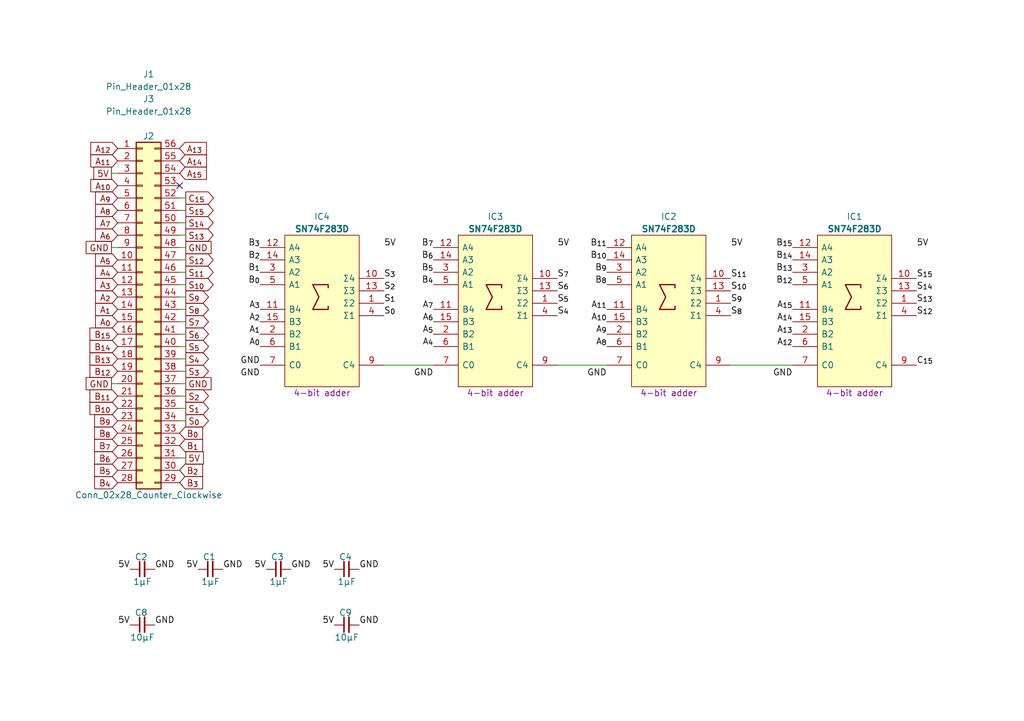
<source format=kicad_sch>
(kicad_sch
	(version 20250114)
	(generator "eeschema")
	(generator_version "9.0")
	(uuid "337b5f72-8be1-4121-9dc6-479b565482b2")
	(paper "A5")
	(title_block
		(title "16bit Adder")
		(date "2024-09-03")
		(rev "V0")
	)
	(lib_symbols
		(symbol "Connector_Generic:Conn_02x28_Counter_Clockwise"
			(pin_names
				(offset 1.016)
				(hide yes)
			)
			(exclude_from_sim no)
			(in_bom yes)
			(on_board yes)
			(property "Reference" "J"
				(at 1.27 35.56 0)
				(effects
					(font
						(size 1.27 1.27)
					)
				)
			)
			(property "Value" "Conn_02x28_Counter_Clockwise"
				(at 1.27 -38.1 0)
				(effects
					(font
						(size 1.27 1.27)
					)
				)
			)
			(property "Footprint" ""
				(at 0 0 0)
				(effects
					(font
						(size 1.27 1.27)
					)
					(hide yes)
				)
			)
			(property "Datasheet" "~"
				(at 0 0 0)
				(effects
					(font
						(size 1.27 1.27)
					)
					(hide yes)
				)
			)
			(property "Description" "Generic connector, double row, 02x28, counter clockwise pin numbering scheme (similar to DIP package numbering), script generated (kicad-library-utils/schlib/autogen/connector/)"
				(at 0 0 0)
				(effects
					(font
						(size 1.27 1.27)
					)
					(hide yes)
				)
			)
			(property "ki_keywords" "connector"
				(at 0 0 0)
				(effects
					(font
						(size 1.27 1.27)
					)
					(hide yes)
				)
			)
			(property "ki_fp_filters" "Connector*:*_2x??_*"
				(at 0 0 0)
				(effects
					(font
						(size 1.27 1.27)
					)
					(hide yes)
				)
			)
			(symbol "Conn_02x28_Counter_Clockwise_1_1"
				(rectangle
					(start -1.27 34.29)
					(end 3.81 -36.83)
					(stroke
						(width 0.254)
						(type default)
					)
					(fill
						(type background)
					)
				)
				(rectangle
					(start -1.27 33.147)
					(end 0 32.893)
					(stroke
						(width 0.1524)
						(type default)
					)
					(fill
						(type none)
					)
				)
				(rectangle
					(start -1.27 30.607)
					(end 0 30.353)
					(stroke
						(width 0.1524)
						(type default)
					)
					(fill
						(type none)
					)
				)
				(rectangle
					(start -1.27 28.067)
					(end 0 27.813)
					(stroke
						(width 0.1524)
						(type default)
					)
					(fill
						(type none)
					)
				)
				(rectangle
					(start -1.27 25.527)
					(end 0 25.273)
					(stroke
						(width 0.1524)
						(type default)
					)
					(fill
						(type none)
					)
				)
				(rectangle
					(start -1.27 22.987)
					(end 0 22.733)
					(stroke
						(width 0.1524)
						(type default)
					)
					(fill
						(type none)
					)
				)
				(rectangle
					(start -1.27 20.447)
					(end 0 20.193)
					(stroke
						(width 0.1524)
						(type default)
					)
					(fill
						(type none)
					)
				)
				(rectangle
					(start -1.27 17.907)
					(end 0 17.653)
					(stroke
						(width 0.1524)
						(type default)
					)
					(fill
						(type none)
					)
				)
				(rectangle
					(start -1.27 15.367)
					(end 0 15.113)
					(stroke
						(width 0.1524)
						(type default)
					)
					(fill
						(type none)
					)
				)
				(rectangle
					(start -1.27 12.827)
					(end 0 12.573)
					(stroke
						(width 0.1524)
						(type default)
					)
					(fill
						(type none)
					)
				)
				(rectangle
					(start -1.27 10.287)
					(end 0 10.033)
					(stroke
						(width 0.1524)
						(type default)
					)
					(fill
						(type none)
					)
				)
				(rectangle
					(start -1.27 7.747)
					(end 0 7.493)
					(stroke
						(width 0.1524)
						(type default)
					)
					(fill
						(type none)
					)
				)
				(rectangle
					(start -1.27 5.207)
					(end 0 4.953)
					(stroke
						(width 0.1524)
						(type default)
					)
					(fill
						(type none)
					)
				)
				(rectangle
					(start -1.27 2.667)
					(end 0 2.413)
					(stroke
						(width 0.1524)
						(type default)
					)
					(fill
						(type none)
					)
				)
				(rectangle
					(start -1.27 0.127)
					(end 0 -0.127)
					(stroke
						(width 0.1524)
						(type default)
					)
					(fill
						(type none)
					)
				)
				(rectangle
					(start -1.27 -2.413)
					(end 0 -2.667)
					(stroke
						(width 0.1524)
						(type default)
					)
					(fill
						(type none)
					)
				)
				(rectangle
					(start -1.27 -4.953)
					(end 0 -5.207)
					(stroke
						(width 0.1524)
						(type default)
					)
					(fill
						(type none)
					)
				)
				(rectangle
					(start -1.27 -7.493)
					(end 0 -7.747)
					(stroke
						(width 0.1524)
						(type default)
					)
					(fill
						(type none)
					)
				)
				(rectangle
					(start -1.27 -10.033)
					(end 0 -10.287)
					(stroke
						(width 0.1524)
						(type default)
					)
					(fill
						(type none)
					)
				)
				(rectangle
					(start -1.27 -12.573)
					(end 0 -12.827)
					(stroke
						(width 0.1524)
						(type default)
					)
					(fill
						(type none)
					)
				)
				(rectangle
					(start -1.27 -15.113)
					(end 0 -15.367)
					(stroke
						(width 0.1524)
						(type default)
					)
					(fill
						(type none)
					)
				)
				(rectangle
					(start -1.27 -17.653)
					(end 0 -17.907)
					(stroke
						(width 0.1524)
						(type default)
					)
					(fill
						(type none)
					)
				)
				(rectangle
					(start -1.27 -20.193)
					(end 0 -20.447)
					(stroke
						(width 0.1524)
						(type default)
					)
					(fill
						(type none)
					)
				)
				(rectangle
					(start -1.27 -22.733)
					(end 0 -22.987)
					(stroke
						(width 0.1524)
						(type default)
					)
					(fill
						(type none)
					)
				)
				(rectangle
					(start -1.27 -25.273)
					(end 0 -25.527)
					(stroke
						(width 0.1524)
						(type default)
					)
					(fill
						(type none)
					)
				)
				(rectangle
					(start -1.27 -27.813)
					(end 0 -28.067)
					(stroke
						(width 0.1524)
						(type default)
					)
					(fill
						(type none)
					)
				)
				(rectangle
					(start -1.27 -30.353)
					(end 0 -30.607)
					(stroke
						(width 0.1524)
						(type default)
					)
					(fill
						(type none)
					)
				)
				(rectangle
					(start -1.27 -32.893)
					(end 0 -33.147)
					(stroke
						(width 0.1524)
						(type default)
					)
					(fill
						(type none)
					)
				)
				(rectangle
					(start -1.27 -35.433)
					(end 0 -35.687)
					(stroke
						(width 0.1524)
						(type default)
					)
					(fill
						(type none)
					)
				)
				(rectangle
					(start 3.81 33.147)
					(end 2.54 32.893)
					(stroke
						(width 0.1524)
						(type default)
					)
					(fill
						(type none)
					)
				)
				(rectangle
					(start 3.81 30.607)
					(end 2.54 30.353)
					(stroke
						(width 0.1524)
						(type default)
					)
					(fill
						(type none)
					)
				)
				(rectangle
					(start 3.81 28.067)
					(end 2.54 27.813)
					(stroke
						(width 0.1524)
						(type default)
					)
					(fill
						(type none)
					)
				)
				(rectangle
					(start 3.81 25.527)
					(end 2.54 25.273)
					(stroke
						(width 0.1524)
						(type default)
					)
					(fill
						(type none)
					)
				)
				(rectangle
					(start 3.81 22.987)
					(end 2.54 22.733)
					(stroke
						(width 0.1524)
						(type default)
					)
					(fill
						(type none)
					)
				)
				(rectangle
					(start 3.81 20.447)
					(end 2.54 20.193)
					(stroke
						(width 0.1524)
						(type default)
					)
					(fill
						(type none)
					)
				)
				(rectangle
					(start 3.81 17.907)
					(end 2.54 17.653)
					(stroke
						(width 0.1524)
						(type default)
					)
					(fill
						(type none)
					)
				)
				(rectangle
					(start 3.81 15.367)
					(end 2.54 15.113)
					(stroke
						(width 0.1524)
						(type default)
					)
					(fill
						(type none)
					)
				)
				(rectangle
					(start 3.81 12.827)
					(end 2.54 12.573)
					(stroke
						(width 0.1524)
						(type default)
					)
					(fill
						(type none)
					)
				)
				(rectangle
					(start 3.81 10.287)
					(end 2.54 10.033)
					(stroke
						(width 0.1524)
						(type default)
					)
					(fill
						(type none)
					)
				)
				(rectangle
					(start 3.81 7.747)
					(end 2.54 7.493)
					(stroke
						(width 0.1524)
						(type default)
					)
					(fill
						(type none)
					)
				)
				(rectangle
					(start 3.81 5.207)
					(end 2.54 4.953)
					(stroke
						(width 0.1524)
						(type default)
					)
					(fill
						(type none)
					)
				)
				(rectangle
					(start 3.81 2.667)
					(end 2.54 2.413)
					(stroke
						(width 0.1524)
						(type default)
					)
					(fill
						(type none)
					)
				)
				(rectangle
					(start 3.81 0.127)
					(end 2.54 -0.127)
					(stroke
						(width 0.1524)
						(type default)
					)
					(fill
						(type none)
					)
				)
				(rectangle
					(start 3.81 -2.413)
					(end 2.54 -2.667)
					(stroke
						(width 0.1524)
						(type default)
					)
					(fill
						(type none)
					)
				)
				(rectangle
					(start 3.81 -4.953)
					(end 2.54 -5.207)
					(stroke
						(width 0.1524)
						(type default)
					)
					(fill
						(type none)
					)
				)
				(rectangle
					(start 3.81 -7.493)
					(end 2.54 -7.747)
					(stroke
						(width 0.1524)
						(type default)
					)
					(fill
						(type none)
					)
				)
				(rectangle
					(start 3.81 -10.033)
					(end 2.54 -10.287)
					(stroke
						(width 0.1524)
						(type default)
					)
					(fill
						(type none)
					)
				)
				(rectangle
					(start 3.81 -12.573)
					(end 2.54 -12.827)
					(stroke
						(width 0.1524)
						(type default)
					)
					(fill
						(type none)
					)
				)
				(rectangle
					(start 3.81 -15.113)
					(end 2.54 -15.367)
					(stroke
						(width 0.1524)
						(type default)
					)
					(fill
						(type none)
					)
				)
				(rectangle
					(start 3.81 -17.653)
					(end 2.54 -17.907)
					(stroke
						(width 0.1524)
						(type default)
					)
					(fill
						(type none)
					)
				)
				(rectangle
					(start 3.81 -20.193)
					(end 2.54 -20.447)
					(stroke
						(width 0.1524)
						(type default)
					)
					(fill
						(type none)
					)
				)
				(rectangle
					(start 3.81 -22.733)
					(end 2.54 -22.987)
					(stroke
						(width 0.1524)
						(type default)
					)
					(fill
						(type none)
					)
				)
				(rectangle
					(start 3.81 -25.273)
					(end 2.54 -25.527)
					(stroke
						(width 0.1524)
						(type default)
					)
					(fill
						(type none)
					)
				)
				(rectangle
					(start 3.81 -27.813)
					(end 2.54 -28.067)
					(stroke
						(width 0.1524)
						(type default)
					)
					(fill
						(type none)
					)
				)
				(rectangle
					(start 3.81 -30.353)
					(end 2.54 -30.607)
					(stroke
						(width 0.1524)
						(type default)
					)
					(fill
						(type none)
					)
				)
				(rectangle
					(start 3.81 -32.893)
					(end 2.54 -33.147)
					(stroke
						(width 0.1524)
						(type default)
					)
					(fill
						(type none)
					)
				)
				(rectangle
					(start 3.81 -35.433)
					(end 2.54 -35.687)
					(stroke
						(width 0.1524)
						(type default)
					)
					(fill
						(type none)
					)
				)
				(pin passive line
					(at -5.08 33.02 0)
					(length 3.81)
					(name "Pin_1"
						(effects
							(font
								(size 1.27 1.27)
							)
						)
					)
					(number "1"
						(effects
							(font
								(size 1.27 1.27)
							)
						)
					)
				)
				(pin passive line
					(at -5.08 30.48 0)
					(length 3.81)
					(name "Pin_2"
						(effects
							(font
								(size 1.27 1.27)
							)
						)
					)
					(number "2"
						(effects
							(font
								(size 1.27 1.27)
							)
						)
					)
				)
				(pin passive line
					(at -5.08 27.94 0)
					(length 3.81)
					(name "Pin_3"
						(effects
							(font
								(size 1.27 1.27)
							)
						)
					)
					(number "3"
						(effects
							(font
								(size 1.27 1.27)
							)
						)
					)
				)
				(pin passive line
					(at -5.08 25.4 0)
					(length 3.81)
					(name "Pin_4"
						(effects
							(font
								(size 1.27 1.27)
							)
						)
					)
					(number "4"
						(effects
							(font
								(size 1.27 1.27)
							)
						)
					)
				)
				(pin passive line
					(at -5.08 22.86 0)
					(length 3.81)
					(name "Pin_5"
						(effects
							(font
								(size 1.27 1.27)
							)
						)
					)
					(number "5"
						(effects
							(font
								(size 1.27 1.27)
							)
						)
					)
				)
				(pin passive line
					(at -5.08 20.32 0)
					(length 3.81)
					(name "Pin_6"
						(effects
							(font
								(size 1.27 1.27)
							)
						)
					)
					(number "6"
						(effects
							(font
								(size 1.27 1.27)
							)
						)
					)
				)
				(pin passive line
					(at -5.08 17.78 0)
					(length 3.81)
					(name "Pin_7"
						(effects
							(font
								(size 1.27 1.27)
							)
						)
					)
					(number "7"
						(effects
							(font
								(size 1.27 1.27)
							)
						)
					)
				)
				(pin passive line
					(at -5.08 15.24 0)
					(length 3.81)
					(name "Pin_8"
						(effects
							(font
								(size 1.27 1.27)
							)
						)
					)
					(number "8"
						(effects
							(font
								(size 1.27 1.27)
							)
						)
					)
				)
				(pin passive line
					(at -5.08 12.7 0)
					(length 3.81)
					(name "Pin_9"
						(effects
							(font
								(size 1.27 1.27)
							)
						)
					)
					(number "9"
						(effects
							(font
								(size 1.27 1.27)
							)
						)
					)
				)
				(pin passive line
					(at -5.08 10.16 0)
					(length 3.81)
					(name "Pin_10"
						(effects
							(font
								(size 1.27 1.27)
							)
						)
					)
					(number "10"
						(effects
							(font
								(size 1.27 1.27)
							)
						)
					)
				)
				(pin passive line
					(at -5.08 7.62 0)
					(length 3.81)
					(name "Pin_11"
						(effects
							(font
								(size 1.27 1.27)
							)
						)
					)
					(number "11"
						(effects
							(font
								(size 1.27 1.27)
							)
						)
					)
				)
				(pin passive line
					(at -5.08 5.08 0)
					(length 3.81)
					(name "Pin_12"
						(effects
							(font
								(size 1.27 1.27)
							)
						)
					)
					(number "12"
						(effects
							(font
								(size 1.27 1.27)
							)
						)
					)
				)
				(pin passive line
					(at -5.08 2.54 0)
					(length 3.81)
					(name "Pin_13"
						(effects
							(font
								(size 1.27 1.27)
							)
						)
					)
					(number "13"
						(effects
							(font
								(size 1.27 1.27)
							)
						)
					)
				)
				(pin passive line
					(at -5.08 0 0)
					(length 3.81)
					(name "Pin_14"
						(effects
							(font
								(size 1.27 1.27)
							)
						)
					)
					(number "14"
						(effects
							(font
								(size 1.27 1.27)
							)
						)
					)
				)
				(pin passive line
					(at -5.08 -2.54 0)
					(length 3.81)
					(name "Pin_15"
						(effects
							(font
								(size 1.27 1.27)
							)
						)
					)
					(number "15"
						(effects
							(font
								(size 1.27 1.27)
							)
						)
					)
				)
				(pin passive line
					(at -5.08 -5.08 0)
					(length 3.81)
					(name "Pin_16"
						(effects
							(font
								(size 1.27 1.27)
							)
						)
					)
					(number "16"
						(effects
							(font
								(size 1.27 1.27)
							)
						)
					)
				)
				(pin passive line
					(at -5.08 -7.62 0)
					(length 3.81)
					(name "Pin_17"
						(effects
							(font
								(size 1.27 1.27)
							)
						)
					)
					(number "17"
						(effects
							(font
								(size 1.27 1.27)
							)
						)
					)
				)
				(pin passive line
					(at -5.08 -10.16 0)
					(length 3.81)
					(name "Pin_18"
						(effects
							(font
								(size 1.27 1.27)
							)
						)
					)
					(number "18"
						(effects
							(font
								(size 1.27 1.27)
							)
						)
					)
				)
				(pin passive line
					(at -5.08 -12.7 0)
					(length 3.81)
					(name "Pin_19"
						(effects
							(font
								(size 1.27 1.27)
							)
						)
					)
					(number "19"
						(effects
							(font
								(size 1.27 1.27)
							)
						)
					)
				)
				(pin passive line
					(at -5.08 -15.24 0)
					(length 3.81)
					(name "Pin_20"
						(effects
							(font
								(size 1.27 1.27)
							)
						)
					)
					(number "20"
						(effects
							(font
								(size 1.27 1.27)
							)
						)
					)
				)
				(pin passive line
					(at -5.08 -17.78 0)
					(length 3.81)
					(name "Pin_21"
						(effects
							(font
								(size 1.27 1.27)
							)
						)
					)
					(number "21"
						(effects
							(font
								(size 1.27 1.27)
							)
						)
					)
				)
				(pin passive line
					(at -5.08 -20.32 0)
					(length 3.81)
					(name "Pin_22"
						(effects
							(font
								(size 1.27 1.27)
							)
						)
					)
					(number "22"
						(effects
							(font
								(size 1.27 1.27)
							)
						)
					)
				)
				(pin passive line
					(at -5.08 -22.86 0)
					(length 3.81)
					(name "Pin_23"
						(effects
							(font
								(size 1.27 1.27)
							)
						)
					)
					(number "23"
						(effects
							(font
								(size 1.27 1.27)
							)
						)
					)
				)
				(pin passive line
					(at -5.08 -25.4 0)
					(length 3.81)
					(name "Pin_24"
						(effects
							(font
								(size 1.27 1.27)
							)
						)
					)
					(number "24"
						(effects
							(font
								(size 1.27 1.27)
							)
						)
					)
				)
				(pin passive line
					(at -5.08 -27.94 0)
					(length 3.81)
					(name "Pin_25"
						(effects
							(font
								(size 1.27 1.27)
							)
						)
					)
					(number "25"
						(effects
							(font
								(size 1.27 1.27)
							)
						)
					)
				)
				(pin passive line
					(at -5.08 -30.48 0)
					(length 3.81)
					(name "Pin_26"
						(effects
							(font
								(size 1.27 1.27)
							)
						)
					)
					(number "26"
						(effects
							(font
								(size 1.27 1.27)
							)
						)
					)
				)
				(pin passive line
					(at -5.08 -33.02 0)
					(length 3.81)
					(name "Pin_27"
						(effects
							(font
								(size 1.27 1.27)
							)
						)
					)
					(number "27"
						(effects
							(font
								(size 1.27 1.27)
							)
						)
					)
				)
				(pin passive line
					(at -5.08 -35.56 0)
					(length 3.81)
					(name "Pin_28"
						(effects
							(font
								(size 1.27 1.27)
							)
						)
					)
					(number "28"
						(effects
							(font
								(size 1.27 1.27)
							)
						)
					)
				)
				(pin passive line
					(at 7.62 33.02 180)
					(length 3.81)
					(name "Pin_56"
						(effects
							(font
								(size 1.27 1.27)
							)
						)
					)
					(number "56"
						(effects
							(font
								(size 1.27 1.27)
							)
						)
					)
				)
				(pin passive line
					(at 7.62 30.48 180)
					(length 3.81)
					(name "Pin_55"
						(effects
							(font
								(size 1.27 1.27)
							)
						)
					)
					(number "55"
						(effects
							(font
								(size 1.27 1.27)
							)
						)
					)
				)
				(pin passive line
					(at 7.62 27.94 180)
					(length 3.81)
					(name "Pin_54"
						(effects
							(font
								(size 1.27 1.27)
							)
						)
					)
					(number "54"
						(effects
							(font
								(size 1.27 1.27)
							)
						)
					)
				)
				(pin passive line
					(at 7.62 25.4 180)
					(length 3.81)
					(name "Pin_53"
						(effects
							(font
								(size 1.27 1.27)
							)
						)
					)
					(number "53"
						(effects
							(font
								(size 1.27 1.27)
							)
						)
					)
				)
				(pin passive line
					(at 7.62 22.86 180)
					(length 3.81)
					(name "Pin_52"
						(effects
							(font
								(size 1.27 1.27)
							)
						)
					)
					(number "52"
						(effects
							(font
								(size 1.27 1.27)
							)
						)
					)
				)
				(pin passive line
					(at 7.62 20.32 180)
					(length 3.81)
					(name "Pin_51"
						(effects
							(font
								(size 1.27 1.27)
							)
						)
					)
					(number "51"
						(effects
							(font
								(size 1.27 1.27)
							)
						)
					)
				)
				(pin passive line
					(at 7.62 17.78 180)
					(length 3.81)
					(name "Pin_50"
						(effects
							(font
								(size 1.27 1.27)
							)
						)
					)
					(number "50"
						(effects
							(font
								(size 1.27 1.27)
							)
						)
					)
				)
				(pin passive line
					(at 7.62 15.24 180)
					(length 3.81)
					(name "Pin_49"
						(effects
							(font
								(size 1.27 1.27)
							)
						)
					)
					(number "49"
						(effects
							(font
								(size 1.27 1.27)
							)
						)
					)
				)
				(pin passive line
					(at 7.62 12.7 180)
					(length 3.81)
					(name "Pin_48"
						(effects
							(font
								(size 1.27 1.27)
							)
						)
					)
					(number "48"
						(effects
							(font
								(size 1.27 1.27)
							)
						)
					)
				)
				(pin passive line
					(at 7.62 10.16 180)
					(length 3.81)
					(name "Pin_47"
						(effects
							(font
								(size 1.27 1.27)
							)
						)
					)
					(number "47"
						(effects
							(font
								(size 1.27 1.27)
							)
						)
					)
				)
				(pin passive line
					(at 7.62 7.62 180)
					(length 3.81)
					(name "Pin_46"
						(effects
							(font
								(size 1.27 1.27)
							)
						)
					)
					(number "46"
						(effects
							(font
								(size 1.27 1.27)
							)
						)
					)
				)
				(pin passive line
					(at 7.62 5.08 180)
					(length 3.81)
					(name "Pin_45"
						(effects
							(font
								(size 1.27 1.27)
							)
						)
					)
					(number "45"
						(effects
							(font
								(size 1.27 1.27)
							)
						)
					)
				)
				(pin passive line
					(at 7.62 2.54 180)
					(length 3.81)
					(name "Pin_44"
						(effects
							(font
								(size 1.27 1.27)
							)
						)
					)
					(number "44"
						(effects
							(font
								(size 1.27 1.27)
							)
						)
					)
				)
				(pin passive line
					(at 7.62 0 180)
					(length 3.81)
					(name "Pin_43"
						(effects
							(font
								(size 1.27 1.27)
							)
						)
					)
					(number "43"
						(effects
							(font
								(size 1.27 1.27)
							)
						)
					)
				)
				(pin passive line
					(at 7.62 -2.54 180)
					(length 3.81)
					(name "Pin_42"
						(effects
							(font
								(size 1.27 1.27)
							)
						)
					)
					(number "42"
						(effects
							(font
								(size 1.27 1.27)
							)
						)
					)
				)
				(pin passive line
					(at 7.62 -5.08 180)
					(length 3.81)
					(name "Pin_41"
						(effects
							(font
								(size 1.27 1.27)
							)
						)
					)
					(number "41"
						(effects
							(font
								(size 1.27 1.27)
							)
						)
					)
				)
				(pin passive line
					(at 7.62 -7.62 180)
					(length 3.81)
					(name "Pin_40"
						(effects
							(font
								(size 1.27 1.27)
							)
						)
					)
					(number "40"
						(effects
							(font
								(size 1.27 1.27)
							)
						)
					)
				)
				(pin passive line
					(at 7.62 -10.16 180)
					(length 3.81)
					(name "Pin_39"
						(effects
							(font
								(size 1.27 1.27)
							)
						)
					)
					(number "39"
						(effects
							(font
								(size 1.27 1.27)
							)
						)
					)
				)
				(pin passive line
					(at 7.62 -12.7 180)
					(length 3.81)
					(name "Pin_38"
						(effects
							(font
								(size 1.27 1.27)
							)
						)
					)
					(number "38"
						(effects
							(font
								(size 1.27 1.27)
							)
						)
					)
				)
				(pin passive line
					(at 7.62 -15.24 180)
					(length 3.81)
					(name "Pin_37"
						(effects
							(font
								(size 1.27 1.27)
							)
						)
					)
					(number "37"
						(effects
							(font
								(size 1.27 1.27)
							)
						)
					)
				)
				(pin passive line
					(at 7.62 -17.78 180)
					(length 3.81)
					(name "Pin_36"
						(effects
							(font
								(size 1.27 1.27)
							)
						)
					)
					(number "36"
						(effects
							(font
								(size 1.27 1.27)
							)
						)
					)
				)
				(pin passive line
					(at 7.62 -20.32 180)
					(length 3.81)
					(name "Pin_35"
						(effects
							(font
								(size 1.27 1.27)
							)
						)
					)
					(number "35"
						(effects
							(font
								(size 1.27 1.27)
							)
						)
					)
				)
				(pin passive line
					(at 7.62 -22.86 180)
					(length 3.81)
					(name "Pin_34"
						(effects
							(font
								(size 1.27 1.27)
							)
						)
					)
					(number "34"
						(effects
							(font
								(size 1.27 1.27)
							)
						)
					)
				)
				(pin passive line
					(at 7.62 -25.4 180)
					(length 3.81)
					(name "Pin_33"
						(effects
							(font
								(size 1.27 1.27)
							)
						)
					)
					(number "33"
						(effects
							(font
								(size 1.27 1.27)
							)
						)
					)
				)
				(pin passive line
					(at 7.62 -27.94 180)
					(length 3.81)
					(name "Pin_32"
						(effects
							(font
								(size 1.27 1.27)
							)
						)
					)
					(number "32"
						(effects
							(font
								(size 1.27 1.27)
							)
						)
					)
				)
				(pin passive line
					(at 7.62 -30.48 180)
					(length 3.81)
					(name "Pin_31"
						(effects
							(font
								(size 1.27 1.27)
							)
						)
					)
					(number "31"
						(effects
							(font
								(size 1.27 1.27)
							)
						)
					)
				)
				(pin passive line
					(at 7.62 -33.02 180)
					(length 3.81)
					(name "Pin_30"
						(effects
							(font
								(size 1.27 1.27)
							)
						)
					)
					(number "30"
						(effects
							(font
								(size 1.27 1.27)
							)
						)
					)
				)
				(pin passive line
					(at 7.62 -35.56 180)
					(length 3.81)
					(name "Pin_29"
						(effects
							(font
								(size 1.27 1.27)
							)
						)
					)
					(number "29"
						(effects
							(font
								(size 1.27 1.27)
							)
						)
					)
				)
			)
			(embedded_fonts no)
		)
		(symbol "HCP65:C_0805"
			(pin_numbers
				(hide yes)
			)
			(pin_names
				(offset 0.254)
				(hide yes)
			)
			(exclude_from_sim no)
			(in_bom yes)
			(on_board yes)
			(property "Reference" "C"
				(at 2.286 2.54 0)
				(effects
					(font
						(size 1.27 1.27)
					)
				)
			)
			(property "Value" "?μF"
				(at 2.54 -2.54 0)
				(effects
					(font
						(size 1.27 1.27)
					)
				)
			)
			(property "Footprint" "SamacSys_Parts:C_0805"
				(at 16.764 -7.62 0)
				(effects
					(font
						(size 1.27 1.27)
					)
					(hide yes)
				)
			)
			(property "Datasheet" ""
				(at 2.2225 0.3175 90)
				(effects
					(font
						(size 1.27 1.27)
					)
					(hide yes)
				)
			)
			(property "Description" ""
				(at 0 0 0)
				(effects
					(font
						(size 1.27 1.27)
					)
					(hide yes)
				)
			)
			(property "ki_keywords" "capacitor cap"
				(at 0 0 0)
				(effects
					(font
						(size 1.27 1.27)
					)
					(hide yes)
				)
			)
			(property "ki_fp_filters" "C_*"
				(at 0 0 0)
				(effects
					(font
						(size 1.27 1.27)
					)
					(hide yes)
				)
			)
			(symbol "C_0805_0_1"
				(polyline
					(pts
						(xy 1.9685 -1.4605) (xy 1.9685 1.5875)
					)
					(stroke
						(width 0.3048)
						(type default)
					)
					(fill
						(type none)
					)
				)
				(polyline
					(pts
						(xy 2.9845 -1.4605) (xy 2.9845 1.5875)
					)
					(stroke
						(width 0.3302)
						(type default)
					)
					(fill
						(type none)
					)
				)
			)
			(symbol "C_0805_1_1"
				(pin passive line
					(at 0 0 0)
					(length 2.032)
					(name "~"
						(effects
							(font
								(size 1.27 1.27)
							)
						)
					)
					(number "1"
						(effects
							(font
								(size 1.27 1.27)
							)
						)
					)
				)
				(pin passive line
					(at 5.08 0 180)
					(length 2.032)
					(name "~"
						(effects
							(font
								(size 1.27 1.27)
							)
						)
					)
					(number "2"
						(effects
							(font
								(size 1.27 1.27)
							)
						)
					)
				)
			)
			(embedded_fonts no)
		)
		(symbol "HCP65:Pin_Header_01x32"
			(pin_names
				(offset 1.016)
				(hide yes)
			)
			(exclude_from_sim no)
			(in_bom yes)
			(on_board yes)
			(property "Reference" "J"
				(at 0 1.27 0)
				(effects
					(font
						(size 1.27 1.27)
					)
				)
			)
			(property "Value" "Pin_Header_01x32"
				(at 0 -1.27 0)
				(effects
					(font
						(size 1.27 1.27)
					)
				)
			)
			(property "Footprint" "SamacSys_Parts:PinHeader_1x32_P2.54mm_Vertical"
				(at 0 -3.81 0)
				(effects
					(font
						(size 1.27 1.27)
					)
					(hide yes)
				)
			)
			(property "Datasheet" "~"
				(at -5.08 0 0)
				(effects
					(font
						(size 1.27 1.27)
					)
					(hide yes)
				)
			)
			(property "Description" ""
				(at 0 0 0)
				(effects
					(font
						(size 1.27 1.27)
					)
					(hide yes)
				)
			)
			(property "ki_fp_filters" "Connector*:*_1x??_*"
				(at 0 0 0)
				(effects
					(font
						(size 1.27 1.27)
					)
					(hide yes)
				)
			)
			(embedded_fonts no)
		)
		(symbol "Texas_Instruments:SN74F283D"
			(pin_names
				(offset 0.762)
			)
			(exclude_from_sim no)
			(in_bom yes)
			(on_board yes)
			(property "Reference" "IC"
				(at 12.7 6.35 0)
				(effects
					(font
						(size 1.27 1.27)
					)
				)
			)
			(property "Value" "SN74F283D"
				(at 12.7 3.81 0)
				(effects
					(font
						(size 1.27 1.27)
						(bold yes)
					)
				)
			)
			(property "Footprint" "SamacSys_Parts:SOIC127P600X175-16N"
				(at 22.86 -34.29 0)
				(effects
					(font
						(size 1.27 1.27)
					)
					(justify left)
					(hide yes)
				)
			)
			(property "Datasheet" "http://www.ti.com/lit/ds/symlink/sn74f283.pdf"
				(at 22.86 -36.83 0)
				(effects
					(font
						(size 1.27 1.27)
					)
					(justify left)
					(hide yes)
				)
			)
			(property "Description" "4-bit adder"
				(at 12.7 -29.845 0)
				(effects
					(font
						(size 1.27 1.27)
					)
				)
			)
			(property "Height" "1.75"
				(at 22.86 -41.91 0)
				(effects
					(font
						(size 1.27 1.27)
					)
					(justify left)
					(hide yes)
				)
			)
			(property "Mouser Part Number" "595-SN74F283D"
				(at 22.86 -44.45 0)
				(effects
					(font
						(size 1.27 1.27)
					)
					(justify left)
					(hide yes)
				)
			)
			(property "Mouser Price/Stock" "https://www.mouser.co.uk/ProductDetail/Texas-Instruments/SN74F283D?qs=RnzODY3cU8t9RP7%252BwWjEZw%3D%3D"
				(at 22.86 -46.99 0)
				(effects
					(font
						(size 1.27 1.27)
					)
					(justify left)
					(hide yes)
				)
			)
			(property "Manufacturer_Name" "Texas Instruments"
				(at 22.86 -49.53 0)
				(effects
					(font
						(size 1.27 1.27)
					)
					(justify left)
					(hide yes)
				)
			)
			(property "Manufacturer_Part_Number" "SN74F283D"
				(at 22.86 -52.07 0)
				(effects
					(font
						(size 1.27 1.27)
					)
					(justify left)
					(hide yes)
				)
			)
			(property "Silkscreen" "74F283"
				(at 22.86 -39.37 0)
				(effects
					(font
						(size 1.27 1.27)
					)
					(justify left)
					(hide yes)
				)
			)
			(symbol "SN74F283D_0_0"
				(pin input line
					(at 0 0 0)
					(length 5.08)
					(name "A4"
						(effects
							(font
								(size 1.27 1.27)
							)
						)
					)
					(number "12"
						(effects
							(font
								(size 1.27 1.27)
							)
						)
					)
				)
				(pin input line
					(at 0 -2.54 0)
					(length 5.08)
					(name "A3"
						(effects
							(font
								(size 1.27 1.27)
							)
						)
					)
					(number "14"
						(effects
							(font
								(size 1.27 1.27)
							)
						)
					)
				)
				(pin input line
					(at 0 -5.08 0)
					(length 5.08)
					(name "A2"
						(effects
							(font
								(size 1.27 1.27)
							)
						)
					)
					(number "3"
						(effects
							(font
								(size 1.27 1.27)
							)
						)
					)
				)
				(pin input line
					(at 0 -7.62 0)
					(length 5.08)
					(name "A1"
						(effects
							(font
								(size 1.27 1.27)
							)
						)
					)
					(number "5"
						(effects
							(font
								(size 1.27 1.27)
							)
						)
					)
				)
				(pin input line
					(at 0 -12.7 0)
					(length 5.08)
					(name "B4"
						(effects
							(font
								(size 1.27 1.27)
							)
						)
					)
					(number "11"
						(effects
							(font
								(size 1.27 1.27)
							)
						)
					)
				)
				(pin input line
					(at 0 -15.24 0)
					(length 5.08)
					(name "B3"
						(effects
							(font
								(size 1.27 1.27)
							)
						)
					)
					(number "15"
						(effects
							(font
								(size 1.27 1.27)
							)
						)
					)
				)
				(pin input line
					(at 0 -17.78 0)
					(length 5.08)
					(name "B2"
						(effects
							(font
								(size 1.27 1.27)
							)
						)
					)
					(number "2"
						(effects
							(font
								(size 1.27 1.27)
							)
						)
					)
				)
				(pin input line
					(at 0 -20.32 0)
					(length 5.08)
					(name "B1"
						(effects
							(font
								(size 1.27 1.27)
							)
						)
					)
					(number "6"
						(effects
							(font
								(size 1.27 1.27)
							)
						)
					)
				)
				(pin input line
					(at 0 -24.13 0)
					(length 5.08)
					(name "C0"
						(effects
							(font
								(size 1.27 1.27)
							)
						)
					)
					(number "7"
						(effects
							(font
								(size 1.27 1.27)
							)
						)
					)
				)
				(pin output line
					(at 25.4 -6.35 180)
					(length 5.08)
					(name "Σ4"
						(effects
							(font
								(size 1.27 1.27)
							)
						)
					)
					(number "10"
						(effects
							(font
								(size 1.27 1.27)
							)
						)
					)
				)
				(pin output line
					(at 25.4 -8.89 180)
					(length 5.08)
					(name "Σ3"
						(effects
							(font
								(size 1.27 1.27)
							)
						)
					)
					(number "13"
						(effects
							(font
								(size 1.27 1.27)
							)
						)
					)
				)
				(pin output line
					(at 25.4 -11.43 180)
					(length 5.08)
					(name "Σ2"
						(effects
							(font
								(size 1.27 1.27)
							)
						)
					)
					(number "1"
						(effects
							(font
								(size 1.27 1.27)
							)
						)
					)
				)
				(pin output line
					(at 25.4 -13.97 180)
					(length 5.08)
					(name "Σ1"
						(effects
							(font
								(size 1.27 1.27)
							)
						)
					)
					(number "4"
						(effects
							(font
								(size 1.27 1.27)
							)
						)
					)
				)
				(pin output line
					(at 25.4 -24.13 180)
					(length 5.08)
					(name "C4"
						(effects
							(font
								(size 1.27 1.27)
							)
						)
					)
					(number "9"
						(effects
							(font
								(size 1.27 1.27)
							)
						)
					)
				)
			)
			(symbol "SN74F283D_0_1"
				(polyline
					(pts
						(xy 5.08 2.54) (xy 20.32 2.54) (xy 20.32 -28.575) (xy 5.08 -28.575) (xy 5.08 2.54)
					)
					(stroke
						(width 0.1524)
						(type default)
					)
					(fill
						(type background)
					)
				)
			)
			(symbol "SN74F283D_1_0"
				(pin passive line
					(at 0 -26.67 0)
					(length 5.08)
					(hide yes)
					(name "GND"
						(effects
							(font
								(size 1.27 1.27)
							)
						)
					)
					(number "8"
						(effects
							(font
								(size 1.27 1.27)
							)
						)
					)
				)
				(pin passive line
					(at 25.4 0 180)
					(length 5.08)
					(hide yes)
					(name "5V"
						(effects
							(font
								(size 1.27 1.27)
							)
						)
					)
					(number "16"
						(effects
							(font
								(size 1.27 1.27)
							)
						)
					)
				)
			)
			(symbol "SN74F283D_1_1"
				(polyline
					(pts
						(xy 13.97 -8.255) (xy 13.97 -7.62) (xy 10.795 -7.62) (xy 12.065 -10.16) (xy 10.795 -12.7) (xy 13.97 -12.7)
						(xy 13.97 -12.065)
					)
					(stroke
						(width 0.254)
						(type default)
					)
					(fill
						(type none)
					)
				)
			)
			(embedded_fonts no)
		)
	)
	(no_connect
		(at 36.83 38.1)
		(uuid "4def7cab-46f9-4fcd-a3c0-5de28796bf78")
	)
	(wire
		(pts
			(xy 38.1 63.5) (xy 36.83 63.5)
		)
		(stroke
			(width 0)
			(type default)
		)
		(uuid "067a3af5-946c-46f4-adff-f2e34ff5c47b")
	)
	(wire
		(pts
			(xy 38.1 45.72) (xy 36.83 45.72)
		)
		(stroke
			(width 0)
			(type default)
		)
		(uuid "0a3a10e9-db19-4379-b6df-c65395c2e59d")
	)
	(wire
		(pts
			(xy 38.1 81.28) (xy 36.83 81.28)
		)
		(stroke
			(width 0)
			(type default)
		)
		(uuid "113bb56b-f708-414f-81e7-482461384e44")
	)
	(wire
		(pts
			(xy 36.83 78.74) (xy 38.1 78.74)
		)
		(stroke
			(width 0)
			(type default)
		)
		(uuid "1360d03d-9f6e-4807-a0dd-f4b692b2362f")
	)
	(wire
		(pts
			(xy 38.1 43.18) (xy 36.83 43.18)
		)
		(stroke
			(width 0)
			(type default)
		)
		(uuid "3112160b-0689-4cc1-b610-7c8e0f87ff2f")
	)
	(wire
		(pts
			(xy 38.1 48.26) (xy 36.83 48.26)
		)
		(stroke
			(width 0)
			(type default)
		)
		(uuid "33b904d4-41b6-4aaa-8da3-cbe57879332c")
	)
	(wire
		(pts
			(xy 36.83 40.64) (xy 38.1 40.64)
		)
		(stroke
			(width 0)
			(type default)
		)
		(uuid "341acf63-2b92-4a85-8a5d-506e24537c81")
	)
	(wire
		(pts
			(xy 38.1 71.12) (xy 36.83 71.12)
		)
		(stroke
			(width 0)
			(type default)
		)
		(uuid "35235549-7f98-43ab-8a91-c0b62eb0b264")
	)
	(wire
		(pts
			(xy 38.1 50.8) (xy 36.83 50.8)
		)
		(stroke
			(width 0)
			(type default)
		)
		(uuid "3733fbdb-0208-4363-9141-abde3a73294c")
	)
	(wire
		(pts
			(xy 38.1 76.2) (xy 36.83 76.2)
		)
		(stroke
			(width 0)
			(type default)
		)
		(uuid "428dc0da-f134-4b8a-9587-83843f88b5be")
	)
	(wire
		(pts
			(xy 38.1 73.66) (xy 36.83 73.66)
		)
		(stroke
			(width 0)
			(type default)
		)
		(uuid "48ff3e97-b8a5-4868-a4c4-eca51aa61083")
	)
	(wire
		(pts
			(xy 38.1 60.96) (xy 36.83 60.96)
		)
		(stroke
			(width 0)
			(type default)
		)
		(uuid "49da5790-b675-4f8c-bef7-a964aa239357")
	)
	(wire
		(pts
			(xy 38.1 93.98) (xy 36.83 93.98)
		)
		(stroke
			(width 0)
			(type default)
		)
		(uuid "649c40f0-6e3a-4ea6-8f39-55a7b91c830e")
	)
	(wire
		(pts
			(xy 22.86 50.8) (xy 24.13 50.8)
		)
		(stroke
			(width 0)
			(type default)
		)
		(uuid "788b4d60-c71b-4a51-8fcb-0973f86a59f6")
	)
	(wire
		(pts
			(xy 38.1 66.04) (xy 36.83 66.04)
		)
		(stroke
			(width 0)
			(type default)
		)
		(uuid "7ae978d9-9aaa-461d-9244-89c4f91f72c8")
	)
	(wire
		(pts
			(xy 38.1 86.36) (xy 36.83 86.36)
		)
		(stroke
			(width 0)
			(type default)
		)
		(uuid "7ca84355-3ae3-4665-8f94-2c7764234503")
	)
	(wire
		(pts
			(xy 22.86 35.56) (xy 24.13 35.56)
		)
		(stroke
			(width 0)
			(type default)
		)
		(uuid "83ebfb73-080b-46a0-9d3c-0f9300e3f2e8")
	)
	(wire
		(pts
			(xy 38.1 83.82) (xy 36.83 83.82)
		)
		(stroke
			(width 0)
			(type default)
		)
		(uuid "955c79ef-81d6-431c-83ae-698ccd0a996e")
	)
	(wire
		(pts
			(xy 38.1 68.58) (xy 36.83 68.58)
		)
		(stroke
			(width 0)
			(type default)
		)
		(uuid "ad7d5219-5392-45fc-8ab8-3adb64ff92d2")
	)
	(wire
		(pts
			(xy 78.74 74.93) (xy 88.9 74.93)
		)
		(stroke
			(width 0)
			(type default)
		)
		(uuid "b0fc0906-4d63-4081-8896-756def08d436")
	)
	(wire
		(pts
			(xy 38.1 53.34) (xy 36.83 53.34)
		)
		(stroke
			(width 0)
			(type default)
		)
		(uuid "b7e526c8-c7df-490b-8321-006ba74eeafd")
	)
	(wire
		(pts
			(xy 114.3 74.93) (xy 124.46 74.93)
		)
		(stroke
			(width 0)
			(type default)
		)
		(uuid "b9d603d9-cb20-4e50-acc9-6d76dc9237cd")
	)
	(wire
		(pts
			(xy 149.86 74.93) (xy 162.56 74.93)
		)
		(stroke
			(width 0)
			(type default)
		)
		(uuid "c0d2837a-56dd-4b1e-bf7e-56d07fef0a50")
	)
	(wire
		(pts
			(xy 38.1 58.42) (xy 36.83 58.42)
		)
		(stroke
			(width 0)
			(type default)
		)
		(uuid "da630cdc-a3af-4ad6-9d76-9fe7ea055b6d")
	)
	(wire
		(pts
			(xy 38.1 55.88) (xy 36.83 55.88)
		)
		(stroke
			(width 0)
			(type default)
		)
		(uuid "f1972cb7-89b2-4ff5-aada-081fd22ee4bf")
	)
	(wire
		(pts
			(xy 22.86 78.74) (xy 24.13 78.74)
		)
		(stroke
			(width 0)
			(type default)
		)
		(uuid "f5b5898f-4225-45d3-8fb4-e431bcab8f14")
	)
	(label "B_{15}"
		(at 162.56 50.8 180)
		(effects
			(font
				(size 1.27 1.27)
			)
			(justify right bottom)
		)
		(uuid "045cc47a-1b44-463e-9d01-2aa54d5636f9")
	)
	(label "A_{14}"
		(at 162.56 66.04 180)
		(effects
			(font
				(size 1.27 1.27)
			)
			(justify right bottom)
		)
		(uuid "0c60194c-1153-4afb-9218-bedbf4778baa")
	)
	(label "B_{13}"
		(at 162.56 55.88 180)
		(effects
			(font
				(size 1.27 1.27)
			)
			(justify right bottom)
		)
		(uuid "176497af-efe1-46a3-afd4-6f58d3a39c1a")
	)
	(label "GND"
		(at 73.66 116.84 0)
		(effects
			(font
				(size 1.27 1.27)
			)
			(justify left bottom)
		)
		(uuid "1a777d7a-80b0-43c8-9ce0-1566aa868bd1")
	)
	(label "5V"
		(at 68.58 116.84 180)
		(effects
			(font
				(size 1.27 1.27)
			)
			(justify right bottom)
		)
		(uuid "22b8955b-547e-4962-981a-6d752b915d1f")
	)
	(label "GND"
		(at 73.66 128.27 0)
		(effects
			(font
				(size 1.27 1.27)
			)
			(justify left bottom)
		)
		(uuid "2703f9d4-cbda-4d41-b75d-1696dd2e6090")
	)
	(label "B_{1}"
		(at 53.34 55.88 180)
		(effects
			(font
				(size 1.27 1.27)
			)
			(justify right bottom)
		)
		(uuid "2736d370-c06c-4a71-a3d8-cdad42e811c4")
	)
	(label "B_{5}"
		(at 88.9 55.88 180)
		(effects
			(font
				(size 1.27 1.27)
			)
			(justify right bottom)
		)
		(uuid "27bcbc00-40ad-4205-931f-a3f616a467f2")
	)
	(label "S_{5}"
		(at 114.3 62.23 0)
		(effects
			(font
				(size 1.27 1.27)
			)
			(justify left bottom)
		)
		(uuid "2a1b6d17-5e56-4299-8d57-3d93e1bc0e9f")
	)
	(label "5V"
		(at 114.3 50.8 0)
		(effects
			(font
				(size 1.27 1.27)
			)
			(justify left bottom)
		)
		(uuid "3181fc06-8d4b-4bfc-9705-022937625e9b")
	)
	(label "GND"
		(at 53.34 74.93 180)
		(effects
			(font
				(size 1.27 1.27)
			)
			(justify right bottom)
		)
		(uuid "32cc2384-7970-4fc8-8b1c-1dd32a392cba")
	)
	(label "B_{8}"
		(at 124.46 58.42 180)
		(effects
			(font
				(size 1.27 1.27)
			)
			(justify right bottom)
		)
		(uuid "3c2e7c3e-2e4a-479e-a9cb-49623fb931af")
	)
	(label "5V"
		(at 149.86 50.8 0)
		(effects
			(font
				(size 1.27 1.27)
			)
			(justify left bottom)
		)
		(uuid "406e3d42-413f-42da-9dd8-ea48971e8788")
	)
	(label "GND"
		(at 59.69 116.84 0)
		(effects
			(font
				(size 1.27 1.27)
			)
			(justify left bottom)
		)
		(uuid "42d62fe1-0740-4115-ad0a-65f79b43ff0a")
	)
	(label "GND"
		(at 31.75 128.27 0)
		(effects
			(font
				(size 1.27 1.27)
			)
			(justify left bottom)
		)
		(uuid "47a447a5-df4b-4ed7-a925-ccbc4a7d8442")
	)
	(label "A_{6}"
		(at 88.9 66.04 180)
		(effects
			(font
				(size 1.27 1.27)
			)
			(justify right bottom)
		)
		(uuid "4f5ceced-65df-48f6-9b28-eed172ed42bc")
	)
	(label "B_{0}"
		(at 53.34 58.42 180)
		(effects
			(font
				(size 1.27 1.27)
			)
			(justify right bottom)
		)
		(uuid "5274e1d4-bca1-4849-93b8-69ba215a58e1")
	)
	(label "GND"
		(at 88.9 77.47 180)
		(effects
			(font
				(size 1.27 1.27)
			)
			(justify right bottom)
		)
		(uuid "53ebc267-5c9b-4d80-8e50-80892497ac6e")
	)
	(label "GND"
		(at 53.34 77.47 180)
		(effects
			(font
				(size 1.27 1.27)
			)
			(justify right bottom)
		)
		(uuid "56eef085-6a24-4580-8624-d115e6c54f7b")
	)
	(label "5V"
		(at 68.58 128.27 180)
		(effects
			(font
				(size 1.27 1.27)
			)
			(justify right bottom)
		)
		(uuid "59f2af1b-aad6-4888-b317-41e017b97d01")
	)
	(label "S_{3}"
		(at 78.74 57.15 0)
		(effects
			(font
				(size 1.27 1.27)
			)
			(justify left bottom)
		)
		(uuid "5a534667-98c4-4ec1-8dc2-af0e30dabdb9")
	)
	(label "S_{11}"
		(at 149.86 57.15 0)
		(effects
			(font
				(size 1.27 1.27)
			)
			(justify left bottom)
		)
		(uuid "5b7664cb-b4e3-42cf-b902-e7d6b4e303b8")
	)
	(label "S_{2}"
		(at 78.74 59.69 0)
		(effects
			(font
				(size 1.27 1.27)
			)
			(justify left bottom)
		)
		(uuid "5dc4d2d1-42bd-40f1-8880-36cc2b3be2a6")
	)
	(label "A_{7}"
		(at 88.9 63.5 180)
		(effects
			(font
				(size 1.27 1.27)
			)
			(justify right bottom)
		)
		(uuid "61416a6b-bbe9-4e49-b5ab-5908b042d3b0")
	)
	(label "GND"
		(at 31.75 116.84 0)
		(effects
			(font
				(size 1.27 1.27)
			)
			(justify left bottom)
		)
		(uuid "66546380-bef5-4720-8b63-438bd8c1ccff")
	)
	(label "A_{4}"
		(at 88.9 71.12 180)
		(effects
			(font
				(size 1.27 1.27)
			)
			(justify right bottom)
		)
		(uuid "71a45ef1-0449-4f68-9a79-c53609835ec5")
	)
	(label "5V"
		(at 26.67 116.84 180)
		(effects
			(font
				(size 1.27 1.27)
			)
			(justify right bottom)
		)
		(uuid "74aa6d48-551e-4958-bfb0-f013c930793b")
	)
	(label "S_{4}"
		(at 114.3 64.77 0)
		(effects
			(font
				(size 1.27 1.27)
			)
			(justify left bottom)
		)
		(uuid "7f1e70aa-ff45-4d7e-9d0b-191c961aa44b")
	)
	(label "5V"
		(at 54.61 116.84 180)
		(effects
			(font
				(size 1.27 1.27)
			)
			(justify right bottom)
		)
		(uuid "80241365-385f-4a6b-8ab7-0718cc958090")
	)
	(label "A_{10}"
		(at 124.46 66.04 180)
		(effects
			(font
				(size 1.27 1.27)
			)
			(justify right bottom)
		)
		(uuid "8042ee94-3b66-4d9e-8706-eeb38c2514ec")
	)
	(label "A_{2}"
		(at 53.34 66.04 180)
		(effects
			(font
				(size 1.27 1.27)
			)
			(justify right bottom)
		)
		(uuid "8077ac05-4d69-40b5-9490-5fccf76d007b")
	)
	(label "B_{11}"
		(at 124.46 50.8 180)
		(effects
			(font
				(size 1.27 1.27)
			)
			(justify right bottom)
		)
		(uuid "8600cf17-efdd-4ee3-b1ac-fc80a5f9f9a7")
	)
	(label "5V"
		(at 187.96 50.8 0)
		(effects
			(font
				(size 1.27 1.27)
			)
			(justify left bottom)
		)
		(uuid "885199b0-3e40-4541-869b-8dfbaff7df90")
	)
	(label "S_{12}"
		(at 187.96 64.77 0)
		(effects
			(font
				(size 1.27 1.27)
			)
			(justify left bottom)
		)
		(uuid "8c0b395d-0b86-49dc-8f30-751acd194198")
	)
	(label "5V"
		(at 40.64 116.84 180)
		(effects
			(font
				(size 1.27 1.27)
			)
			(justify right bottom)
		)
		(uuid "8e8a25d3-ce4c-4d46-af0a-1343da6ea01b")
	)
	(label "S_{6}"
		(at 114.3 59.69 0)
		(effects
			(font
				(size 1.27 1.27)
			)
			(justify left bottom)
		)
		(uuid "943fcd94-dd2b-428e-b1a5-12b4d1edd76e")
	)
	(label "B_{4}"
		(at 88.9 58.42 180)
		(effects
			(font
				(size 1.27 1.27)
			)
			(justify right bottom)
		)
		(uuid "969c66e2-0607-4d57-aed1-49ca02938b01")
	)
	(label "S_{9}"
		(at 149.86 62.23 0)
		(effects
			(font
				(size 1.27 1.27)
			)
			(justify left bottom)
		)
		(uuid "99dfb7f1-e894-4a12-a67f-42f84d80612d")
	)
	(label "B_{3}"
		(at 53.34 50.8 180)
		(effects
			(font
				(size 1.27 1.27)
			)
			(justify right bottom)
		)
		(uuid "9b85ea2c-6d41-4908-876e-1669a6b0fa40")
	)
	(label "S_{14}"
		(at 187.96 59.69 0)
		(effects
			(font
				(size 1.27 1.27)
			)
			(justify left bottom)
		)
		(uuid "9f42fbd8-2f97-4776-a47e-b5a682dd99e2")
	)
	(label "S_{1}"
		(at 78.74 62.23 0)
		(effects
			(font
				(size 1.27 1.27)
			)
			(justify left bottom)
		)
		(uuid "a183fd03-c7ba-4824-a81d-e68457e5b254")
	)
	(label "5V"
		(at 26.67 128.27 180)
		(effects
			(font
				(size 1.27 1.27)
			)
			(justify right bottom)
		)
		(uuid "a5f9db28-63d9-4eb8-b018-1da10a07a820")
	)
	(label "B_{12}"
		(at 162.56 58.42 180)
		(effects
			(font
				(size 1.27 1.27)
			)
			(justify right bottom)
		)
		(uuid "a98e231f-a6ca-4629-a902-765b0518045c")
	)
	(label "A_{3}"
		(at 53.34 63.5 180)
		(effects
			(font
				(size 1.27 1.27)
			)
			(justify right bottom)
		)
		(uuid "b21e1fc2-7b52-49b4-a824-18fb676ce964")
	)
	(label "5V"
		(at 78.74 50.8 0)
		(effects
			(font
				(size 1.27 1.27)
			)
			(justify left bottom)
		)
		(uuid "b47af64b-14b9-4f3a-b9f7-6e3e128a1135")
	)
	(label "S_{15}"
		(at 187.96 57.15 0)
		(effects
			(font
				(size 1.27 1.27)
			)
			(justify left bottom)
		)
		(uuid "b741e240-e863-4604-bc76-f397ed039fdd")
	)
	(label "A_{15}"
		(at 162.56 63.5 180)
		(effects
			(font
				(size 1.27 1.27)
			)
			(justify right bottom)
		)
		(uuid "ba873e69-9408-43c0-a5fa-b2efdc6afe0d")
	)
	(label "GND"
		(at 45.72 116.84 0)
		(effects
			(font
				(size 1.27 1.27)
			)
			(justify left bottom)
		)
		(uuid "bc7fa2a6-bc30-46c8-b3cd-ac7a49f3cc8e")
	)
	(label "A_{5}"
		(at 88.9 68.58 180)
		(effects
			(font
				(size 1.27 1.27)
			)
			(justify right bottom)
		)
		(uuid "c3b6f62d-4e11-4648-9878-e05e5da8c8a8")
	)
	(label "B_{6}"
		(at 88.9 53.34 180)
		(effects
			(font
				(size 1.27 1.27)
			)
			(justify right bottom)
		)
		(uuid "c3e5a262-7e0a-4d98-a3ac-157daa547181")
	)
	(label "A_{9}"
		(at 124.46 68.58 180)
		(effects
			(font
				(size 1.27 1.27)
			)
			(justify right bottom)
		)
		(uuid "c7611c4d-33a0-4b17-885a-838a0bce8779")
	)
	(label "A_{12}"
		(at 162.56 71.12 180)
		(effects
			(font
				(size 1.27 1.27)
			)
			(justify right bottom)
		)
		(uuid "c7a0da66-50f4-4c4c-ae56-07421bc4e63d")
	)
	(label "B_{9}"
		(at 124.46 55.88 180)
		(effects
			(font
				(size 1.27 1.27)
			)
			(justify right bottom)
		)
		(uuid "cbf7fd90-da7c-447b-bfb7-57254b3f0b74")
	)
	(label "A_{8}"
		(at 124.46 71.12 180)
		(effects
			(font
				(size 1.27 1.27)
			)
			(justify right bottom)
		)
		(uuid "ce3ef5bb-e2ad-4ba8-95f5-66fe2f069cb8")
	)
	(label "S_{7}"
		(at 114.3 57.15 0)
		(effects
			(font
				(size 1.27 1.27)
			)
			(justify left bottom)
		)
		(uuid "d15251a3-b4f5-4e11-9ad4-6d7f724fb603")
	)
	(label "A_{1}"
		(at 53.34 68.58 180)
		(effects
			(font
				(size 1.27 1.27)
			)
			(justify right bottom)
		)
		(uuid "d1bbc7cd-5259-464a-9f7a-be3a503f322f")
	)
	(label "A_{11}"
		(at 124.46 63.5 180)
		(effects
			(font
				(size 1.27 1.27)
			)
			(justify right bottom)
		)
		(uuid "d6f5bf70-8e7a-442a-9c3c-7f32067530a8")
	)
	(label "A_{0}"
		(at 53.34 71.12 180)
		(effects
			(font
				(size 1.27 1.27)
			)
			(justify right bottom)
		)
		(uuid "d9cd8663-2114-4962-a14d-e9dca84fb9e1")
	)
	(label "B_{2}"
		(at 53.34 53.34 180)
		(effects
			(font
				(size 1.27 1.27)
			)
			(justify right bottom)
		)
		(uuid "db3c3311-2437-4c46-91ed-a1a18f96c848")
	)
	(label "S_{0}"
		(at 78.74 64.77 0)
		(effects
			(font
				(size 1.27 1.27)
			)
			(justify left bottom)
		)
		(uuid "df2a4c37-71ce-44b2-874c-635c6b065ec5")
	)
	(label "A_{13}"
		(at 162.56 68.58 180)
		(effects
			(font
				(size 1.27 1.27)
			)
			(justify right bottom)
		)
		(uuid "e05b64e9-ea7b-40c1-b33e-b30f3e2dca46")
	)
	(label "C_{15}"
		(at 187.96 74.93 0)
		(effects
			(font
				(size 1.27 1.27)
			)
			(justify left bottom)
		)
		(uuid "ea62d5ca-48eb-4390-a4cc-072561a944d5")
	)
	(label "GND"
		(at 124.46 77.47 180)
		(effects
			(font
				(size 1.27 1.27)
			)
			(justify right bottom)
		)
		(uuid "ebf3e24f-09cb-4cba-bc6b-57ab8d9eaab3")
	)
	(label "S_{8}"
		(at 149.86 64.77 0)
		(effects
			(font
				(size 1.27 1.27)
			)
			(justify left bottom)
		)
		(uuid "ed27305c-64bf-46a0-b855-df79cf14dc3a")
	)
	(label "S_{10}"
		(at 149.86 59.69 0)
		(effects
			(font
				(size 1.27 1.27)
			)
			(justify left bottom)
		)
		(uuid "f12b6d4e-2752-4e47-ba5a-4cbabb99582f")
	)
	(label "B_{14}"
		(at 162.56 53.34 180)
		(effects
			(font
				(size 1.27 1.27)
			)
			(justify right bottom)
		)
		(uuid "f1674117-dd6e-4a91-a63c-0932a2d01cca")
	)
	(label "S_{13}"
		(at 187.96 62.23 0)
		(effects
			(font
				(size 1.27 1.27)
			)
			(justify left bottom)
		)
		(uuid "f1f8b1b2-f769-46cd-8e98-da81e23eae7c")
	)
	(label "B_{7}"
		(at 88.9 50.8 180)
		(effects
			(font
				(size 1.27 1.27)
			)
			(justify right bottom)
		)
		(uuid "f692e02b-a110-4faf-9f06-f34abc482fbd")
	)
	(label "GND"
		(at 162.56 77.47 180)
		(effects
			(font
				(size 1.27 1.27)
			)
			(justify right bottom)
		)
		(uuid "fb52bfea-b77c-4320-a3f5-6194e3c2d89c")
	)
	(label "B_{10}"
		(at 124.46 53.34 180)
		(effects
			(font
				(size 1.27 1.27)
			)
			(justify right bottom)
		)
		(uuid "fd1aeea7-ddad-4cf1-bd6d-b911b1c2ad96")
	)
	(global_label "B_{15}"
		(shape input)
		(at 24.13 68.58 180)
		(fields_autoplaced yes)
		(effects
			(font
				(size 1.27 1.27)
			)
			(justify right)
		)
		(uuid "014a0e52-2b4a-4686-8e54-30628928ee30")
		(property "Intersheetrefs" "${INTERSHEET_REFS}"
			(at 17.8888 68.58 0)
			(effects
				(font
					(size 1.27 1.27)
				)
				(justify right)
				(hide yes)
			)
		)
	)
	(global_label "B_{7}"
		(shape input)
		(at 24.13 91.44 180)
		(fields_autoplaced yes)
		(effects
			(font
				(size 1.27 1.27)
			)
			(justify right)
		)
		(uuid "04684093-2ac3-4989-8e3a-f73869eb225d")
		(property "Intersheetrefs" "${INTERSHEET_REFS}"
			(at 18.8564 91.44 0)
			(effects
				(font
					(size 1.27 1.27)
				)
				(justify right)
				(hide yes)
			)
		)
	)
	(global_label "B_{2}"
		(shape input)
		(at 36.83 96.52 0)
		(fields_autoplaced yes)
		(effects
			(font
				(size 1.27 1.27)
			)
			(justify left)
		)
		(uuid "08af73bd-935f-4994-9ac1-795bf93cf9f9")
		(property "Intersheetrefs" "${INTERSHEET_REFS}"
			(at 42.1036 96.52 0)
			(effects
				(font
					(size 1.27 1.27)
				)
				(justify left)
				(hide yes)
			)
		)
	)
	(global_label "5V"
		(shape passive)
		(at 38.1 93.98 0)
		(fields_autoplaced yes)
		(effects
			(font
				(size 1.27 1.27)
			)
			(justify left)
		)
		(uuid "08de3195-a9cb-4af6-ab49-cd3a3dc35b08")
		(property "Intersheetrefs" "${INTERSHEET_REFS}"
			(at 42.272 93.98 0)
			(effects
				(font
					(size 1.27 1.27)
				)
				(justify left)
				(hide yes)
			)
		)
	)
	(global_label "A_{1}"
		(shape input)
		(at 24.13 63.5 180)
		(fields_autoplaced yes)
		(effects
			(font
				(size 1.27 1.27)
			)
			(justify right)
		)
		(uuid "0a4b9b9f-cf6f-438e-8d87-11ff8430ea73")
		(property "Intersheetrefs" "${INTERSHEET_REFS}"
			(at 19.0378 63.5 0)
			(effects
				(font
					(size 1.27 1.27)
				)
				(justify right)
				(hide yes)
			)
		)
	)
	(global_label "A_{8}"
		(shape input)
		(at 24.13 43.18 180)
		(fields_autoplaced yes)
		(effects
			(font
				(size 1.27 1.27)
			)
			(justify right)
		)
		(uuid "0c7f481d-8b1d-450b-a74e-5d34d6090a75")
		(property "Intersheetrefs" "${INTERSHEET_REFS}"
			(at 19.0378 43.18 0)
			(effects
				(font
					(size 1.27 1.27)
				)
				(justify right)
				(hide yes)
			)
		)
	)
	(global_label "S_{5}"
		(shape output)
		(at 38.1 71.12 0)
		(fields_autoplaced yes)
		(effects
			(font
				(size 1.27 1.27)
			)
			(justify left)
		)
		(uuid "0ec1bcb5-8ef4-4ca6-8647-4324a1df19f4")
		(property "Intersheetrefs" "${INTERSHEET_REFS}"
			(at 43.3131 71.12 0)
			(effects
				(font
					(size 1.27 1.27)
				)
				(justify left)
				(hide yes)
			)
		)
	)
	(global_label "S_{0}"
		(shape output)
		(at 38.1 86.36 0)
		(fields_autoplaced yes)
		(effects
			(font
				(size 1.27 1.27)
			)
			(justify left)
		)
		(uuid "0efb723a-54cf-42d8-a175-f0236720dc8a")
		(property "Intersheetrefs" "${INTERSHEET_REFS}"
			(at 43.3131 86.36 0)
			(effects
				(font
					(size 1.27 1.27)
				)
				(justify left)
				(hide yes)
			)
		)
	)
	(global_label "B_{4}"
		(shape input)
		(at 24.13 99.06 180)
		(fields_autoplaced yes)
		(effects
			(font
				(size 1.27 1.27)
			)
			(justify right)
		)
		(uuid "116b9a73-818d-4608-a63f-7c1abe3aee37")
		(property "Intersheetrefs" "${INTERSHEET_REFS}"
			(at 18.8564 99.06 0)
			(effects
				(font
					(size 1.27 1.27)
				)
				(justify right)
				(hide yes)
			)
		)
	)
	(global_label "A_{6}"
		(shape input)
		(at 24.13 48.26 180)
		(fields_autoplaced yes)
		(effects
			(font
				(size 1.27 1.27)
			)
			(justify right)
		)
		(uuid "12731caa-a5cb-4a82-9b42-bd2e439bc4f0")
		(property "Intersheetrefs" "${INTERSHEET_REFS}"
			(at 19.0378 48.26 0)
			(effects
				(font
					(size 1.27 1.27)
				)
				(justify right)
				(hide yes)
			)
		)
	)
	(global_label "C_{15}"
		(shape output)
		(at 38.1 40.64 0)
		(fields_autoplaced yes)
		(effects
			(font
				(size 1.27 1.27)
			)
			(justify left)
		)
		(uuid "16aa8ea9-e232-4611-9a83-32a170930ac4")
		(property "Intersheetrefs" "${INTERSHEET_REFS}"
			(at 44.3412 40.64 0)
			(effects
				(font
					(size 1.27 1.27)
				)
				(justify left)
				(hide yes)
			)
		)
	)
	(global_label "S_{8}"
		(shape output)
		(at 38.1 63.5 0)
		(fields_autoplaced yes)
		(effects
			(font
				(size 1.27 1.27)
			)
			(justify left)
		)
		(uuid "1fa6e8a2-090b-4737-86f5-6eae145193ce")
		(property "Intersheetrefs" "${INTERSHEET_REFS}"
			(at 43.3131 63.5 0)
			(effects
				(font
					(size 1.27 1.27)
				)
				(justify left)
				(hide yes)
			)
		)
	)
	(global_label "S_{12}"
		(shape output)
		(at 38.1 53.34 0)
		(fields_autoplaced yes)
		(effects
			(font
				(size 1.27 1.27)
			)
			(justify left)
		)
		(uuid "29e5cda8-8de2-40f4-b708-6a27966dd82f")
		(property "Intersheetrefs" "${INTERSHEET_REFS}"
			(at 44.2807 53.34 0)
			(effects
				(font
					(size 1.27 1.27)
				)
				(justify left)
				(hide yes)
			)
		)
	)
	(global_label "5V"
		(shape passive)
		(at 22.86 35.56 180)
		(fields_autoplaced yes)
		(effects
			(font
				(size 1.27 1.27)
			)
			(justify right)
		)
		(uuid "308e3b30-6809-4071-9bc2-f0a431127e9a")
		(property "Intersheetrefs" "${INTERSHEET_REFS}"
			(at 18.688 35.56 0)
			(effects
				(font
					(size 1.27 1.27)
				)
				(justify right)
				(hide yes)
			)
		)
	)
	(global_label "S_{11}"
		(shape output)
		(at 38.1 55.88 0)
		(fields_autoplaced yes)
		(effects
			(font
				(size 1.27 1.27)
			)
			(justify left)
		)
		(uuid "30f0457c-bc50-4c92-a3da-976d1ba092eb")
		(property "Intersheetrefs" "${INTERSHEET_REFS}"
			(at 44.2807 55.88 0)
			(effects
				(font
					(size 1.27 1.27)
				)
				(justify left)
				(hide yes)
			)
		)
	)
	(global_label "B_{14}"
		(shape input)
		(at 24.13 71.12 180)
		(fields_autoplaced yes)
		(effects
			(font
				(size 1.27 1.27)
			)
			(justify right)
		)
		(uuid "3f5a180d-2d3d-49d1-8156-c09858963dc0")
		(property "Intersheetrefs" "${INTERSHEET_REFS}"
			(at 17.8888 71.12 0)
			(effects
				(font
					(size 1.27 1.27)
				)
				(justify right)
				(hide yes)
			)
		)
	)
	(global_label "B_{9}"
		(shape input)
		(at 24.13 86.36 180)
		(fields_autoplaced yes)
		(effects
			(font
				(size 1.27 1.27)
			)
			(justify right)
		)
		(uuid "3fbe0717-341a-4b9a-beb1-1fe8a7a06a6f")
		(property "Intersheetrefs" "${INTERSHEET_REFS}"
			(at 18.8564 86.36 0)
			(effects
				(font
					(size 1.27 1.27)
				)
				(justify right)
				(hide yes)
			)
		)
	)
	(global_label "A_{4}"
		(shape input)
		(at 24.13 55.88 180)
		(fields_autoplaced yes)
		(effects
			(font
				(size 1.27 1.27)
			)
			(justify right)
		)
		(uuid "449f1fa0-acd0-4059-86df-3ae8bb04f625")
		(property "Intersheetrefs" "${INTERSHEET_REFS}"
			(at 19.0378 55.88 0)
			(effects
				(font
					(size 1.27 1.27)
				)
				(justify right)
				(hide yes)
			)
		)
	)
	(global_label "B_{5}"
		(shape input)
		(at 24.13 96.52 180)
		(fields_autoplaced yes)
		(effects
			(font
				(size 1.27 1.27)
			)
			(justify right)
		)
		(uuid "4f3c0559-5765-4fb6-abb6-86250520ff13")
		(property "Intersheetrefs" "${INTERSHEET_REFS}"
			(at 18.8564 96.52 0)
			(effects
				(font
					(size 1.27 1.27)
				)
				(justify right)
				(hide yes)
			)
		)
	)
	(global_label "S_{4}"
		(shape output)
		(at 38.1 73.66 0)
		(fields_autoplaced yes)
		(effects
			(font
				(size 1.27 1.27)
			)
			(justify left)
		)
		(uuid "52511996-c0c8-4865-8a7f-caebbc726bd2")
		(property "Intersheetrefs" "${INTERSHEET_REFS}"
			(at 43.3131 73.66 0)
			(effects
				(font
					(size 1.27 1.27)
				)
				(justify left)
				(hide yes)
			)
		)
	)
	(global_label "B_{0}"
		(shape input)
		(at 36.83 88.9 0)
		(fields_autoplaced yes)
		(effects
			(font
				(size 1.27 1.27)
			)
			(justify left)
		)
		(uuid "5928cee3-360c-450f-a401-cb2525582ff1")
		(property "Intersheetrefs" "${INTERSHEET_REFS}"
			(at 42.1036 88.9 0)
			(effects
				(font
					(size 1.27 1.27)
				)
				(justify left)
				(hide yes)
			)
		)
	)
	(global_label "B_{8}"
		(shape input)
		(at 24.13 88.9 180)
		(fields_autoplaced yes)
		(effects
			(font
				(size 1.27 1.27)
			)
			(justify right)
		)
		(uuid "66088338-a743-44b2-b01f-c9bc3b7026a7")
		(property "Intersheetrefs" "${INTERSHEET_REFS}"
			(at 18.8564 88.9 0)
			(effects
				(font
					(size 1.27 1.27)
				)
				(justify right)
				(hide yes)
			)
		)
	)
	(global_label "GND"
		(shape passive)
		(at 38.1 78.74 0)
		(fields_autoplaced yes)
		(effects
			(font
				(size 1.27 1.27)
			)
			(justify left)
		)
		(uuid "6973d5c6-a8b0-4855-b771-354253aed716")
		(property "Intersheetrefs" "${INTERSHEET_REFS}"
			(at 43.8444 78.74 0)
			(effects
				(font
					(size 1.27 1.27)
				)
				(justify left)
				(hide yes)
			)
		)
	)
	(global_label "S_{3}"
		(shape output)
		(at 38.1 76.2 0)
		(fields_autoplaced yes)
		(effects
			(font
				(size 1.27 1.27)
			)
			(justify left)
		)
		(uuid "6a37c223-2143-4b83-b5b4-985350049a14")
		(property "Intersheetrefs" "${INTERSHEET_REFS}"
			(at 43.3131 76.2 0)
			(effects
				(font
					(size 1.27 1.27)
				)
				(justify left)
				(hide yes)
			)
		)
	)
	(global_label "A_{10}"
		(shape input)
		(at 24.13 38.1 180)
		(fields_autoplaced yes)
		(effects
			(font
				(size 1.27 1.27)
			)
			(justify right)
		)
		(uuid "6df3ebbc-9560-404a-a0a9-88063b6d12a1")
		(property "Intersheetrefs" "${INTERSHEET_REFS}"
			(at 18.0702 38.1 0)
			(effects
				(font
					(size 1.27 1.27)
				)
				(justify right)
				(hide yes)
			)
		)
	)
	(global_label "A_{2}"
		(shape input)
		(at 24.13 60.96 180)
		(fields_autoplaced yes)
		(effects
			(font
				(size 1.27 1.27)
			)
			(justify right)
		)
		(uuid "71d55ebe-82ac-4c72-8c16-56db28be96fa")
		(property "Intersheetrefs" "${INTERSHEET_REFS}"
			(at 19.0378 60.96 0)
			(effects
				(font
					(size 1.27 1.27)
				)
				(justify right)
				(hide yes)
			)
		)
	)
	(global_label "B_{6}"
		(shape input)
		(at 24.13 93.98 180)
		(fields_autoplaced yes)
		(effects
			(font
				(size 1.27 1.27)
			)
			(justify right)
		)
		(uuid "76e0de80-7f60-44e7-88de-801b056ba703")
		(property "Intersheetrefs" "${INTERSHEET_REFS}"
			(at 18.8564 93.98 0)
			(effects
				(font
					(size 1.27 1.27)
				)
				(justify right)
				(hide yes)
			)
		)
	)
	(global_label "B_{12}"
		(shape input)
		(at 24.13 76.2 180)
		(fields_autoplaced yes)
		(effects
			(font
				(size 1.27 1.27)
			)
			(justify right)
		)
		(uuid "77a0bd65-5153-445b-b114-b032fe65528b")
		(property "Intersheetrefs" "${INTERSHEET_REFS}"
			(at 17.8888 76.2 0)
			(effects
				(font
					(size 1.27 1.27)
				)
				(justify right)
				(hide yes)
			)
		)
	)
	(global_label "A_{3}"
		(shape input)
		(at 24.13 58.42 180)
		(fields_autoplaced yes)
		(effects
			(font
				(size 1.27 1.27)
			)
			(justify right)
		)
		(uuid "79cf297e-cf21-4efa-a037-88bde1dbae69")
		(property "Intersheetrefs" "${INTERSHEET_REFS}"
			(at 19.0378 58.42 0)
			(effects
				(font
					(size 1.27 1.27)
				)
				(justify right)
				(hide yes)
			)
		)
	)
	(global_label "S_{2}"
		(shape output)
		(at 38.1 81.28 0)
		(fields_autoplaced yes)
		(effects
			(font
				(size 1.27 1.27)
			)
			(justify left)
		)
		(uuid "801a4831-e208-4f3c-b138-221c8f35a9eb")
		(property "Intersheetrefs" "${INTERSHEET_REFS}"
			(at 43.3131 81.28 0)
			(effects
				(font
					(size 1.27 1.27)
				)
				(justify left)
				(hide yes)
			)
		)
	)
	(global_label "A_{0}"
		(shape input)
		(at 24.13 66.04 180)
		(fields_autoplaced yes)
		(effects
			(font
				(size 1.27 1.27)
			)
			(justify right)
		)
		(uuid "83fb6a3a-1e14-4c15-bc93-a5ffbb2f1c44")
		(property "Intersheetrefs" "${INTERSHEET_REFS}"
			(at 19.0378 66.04 0)
			(effects
				(font
					(size 1.27 1.27)
				)
				(justify right)
				(hide yes)
			)
		)
	)
	(global_label "S_{1}"
		(shape output)
		(at 38.1 83.82 0)
		(fields_autoplaced yes)
		(effects
			(font
				(size 1.27 1.27)
			)
			(justify left)
		)
		(uuid "85d5822a-f30d-4294-b7e7-36edf43abf65")
		(property "Intersheetrefs" "${INTERSHEET_REFS}"
			(at 43.3131 83.82 0)
			(effects
				(font
					(size 1.27 1.27)
				)
				(justify left)
				(hide yes)
			)
		)
	)
	(global_label "GND"
		(shape passive)
		(at 22.86 50.8 180)
		(fields_autoplaced yes)
		(effects
			(font
				(size 1.27 1.27)
			)
			(justify right)
		)
		(uuid "8c8cfb50-9b8c-4525-a7eb-ddb585341524")
		(property "Intersheetrefs" "${INTERSHEET_REFS}"
			(at 17.1156 50.8 0)
			(effects
				(font
					(size 1.27 1.27)
				)
				(justify right)
				(hide yes)
			)
		)
	)
	(global_label "S_{15}"
		(shape output)
		(at 38.1 43.18 0)
		(fields_autoplaced yes)
		(effects
			(font
				(size 1.27 1.27)
			)
			(justify left)
		)
		(uuid "9292ab41-0061-4c86-bba6-7bf529edef3b")
		(property "Intersheetrefs" "${INTERSHEET_REFS}"
			(at 44.2807 43.18 0)
			(effects
				(font
					(size 1.27 1.27)
				)
				(justify left)
				(hide yes)
			)
		)
	)
	(global_label "A_{12}"
		(shape input)
		(at 24.13 30.48 180)
		(fields_autoplaced yes)
		(effects
			(font
				(size 1.27 1.27)
			)
			(justify right)
		)
		(uuid "9c147fbc-6a74-4685-80d7-cf81f616be76")
		(property "Intersheetrefs" "${INTERSHEET_REFS}"
			(at 18.0702 30.48 0)
			(effects
				(font
					(size 1.27 1.27)
				)
				(justify right)
				(hide yes)
			)
		)
	)
	(global_label "B_{10}"
		(shape input)
		(at 24.13 83.82 180)
		(fields_autoplaced yes)
		(effects
			(font
				(size 1.27 1.27)
			)
			(justify right)
		)
		(uuid "9f2ccce4-9370-49fd-9295-82a7f73a8415")
		(property "Intersheetrefs" "${INTERSHEET_REFS}"
			(at 17.8888 83.82 0)
			(effects
				(font
					(size 1.27 1.27)
				)
				(justify right)
				(hide yes)
			)
		)
	)
	(global_label "A_{11}"
		(shape input)
		(at 24.13 33.02 180)
		(fields_autoplaced yes)
		(effects
			(font
				(size 1.27 1.27)
			)
			(justify right)
		)
		(uuid "ac66167f-35ab-47b4-912c-f22bfd1289a0")
		(property "Intersheetrefs" "${INTERSHEET_REFS}"
			(at 18.0702 33.02 0)
			(effects
				(font
					(size 1.27 1.27)
				)
				(justify right)
				(hide yes)
			)
		)
	)
	(global_label "A_{13}"
		(shape input)
		(at 36.83 30.48 0)
		(fields_autoplaced yes)
		(effects
			(font
				(size 1.27 1.27)
			)
			(justify left)
		)
		(uuid "b1a850b3-b6f9-4901-b51c-954eb13ee214")
		(property "Intersheetrefs" "${INTERSHEET_REFS}"
			(at 42.8898 30.48 0)
			(effects
				(font
					(size 1.27 1.27)
				)
				(justify left)
				(hide yes)
			)
		)
	)
	(global_label "B_{3}"
		(shape input)
		(at 36.83 99.06 0)
		(fields_autoplaced yes)
		(effects
			(font
				(size 1.27 1.27)
			)
			(justify left)
		)
		(uuid "b2d88415-5201-4aa0-829e-2c58fe6772f5")
		(property "Intersheetrefs" "${INTERSHEET_REFS}"
			(at 42.1036 99.06 0)
			(effects
				(font
					(size 1.27 1.27)
				)
				(justify left)
				(hide yes)
			)
		)
	)
	(global_label "GND"
		(shape passive)
		(at 38.1 50.8 0)
		(fields_autoplaced yes)
		(effects
			(font
				(size 1.27 1.27)
			)
			(justify left)
		)
		(uuid "b4351c2c-24c3-41b6-83cc-979bd184ad9c")
		(property "Intersheetrefs" "${INTERSHEET_REFS}"
			(at 43.8444 50.8 0)
			(effects
				(font
					(size 1.27 1.27)
				)
				(justify left)
				(hide yes)
			)
		)
	)
	(global_label "B_{11}"
		(shape input)
		(at 24.13 81.28 180)
		(fields_autoplaced yes)
		(effects
			(font
				(size 1.27 1.27)
			)
			(justify right)
		)
		(uuid "b813df11-e200-4617-bf08-7e09394664ae")
		(property "Intersheetrefs" "${INTERSHEET_REFS}"
			(at 17.8888 81.28 0)
			(effects
				(font
					(size 1.27 1.27)
				)
				(justify right)
				(hide yes)
			)
		)
	)
	(global_label "A_{14}"
		(shape input)
		(at 36.83 33.02 0)
		(fields_autoplaced yes)
		(effects
			(font
				(size 1.27 1.27)
			)
			(justify left)
		)
		(uuid "bc0077f4-2612-4083-adbd-888d2afc7df7")
		(property "Intersheetrefs" "${INTERSHEET_REFS}"
			(at 42.8898 33.02 0)
			(effects
				(font
					(size 1.27 1.27)
				)
				(justify left)
				(hide yes)
			)
		)
	)
	(global_label "GND"
		(shape passive)
		(at 22.86 78.74 180)
		(fields_autoplaced yes)
		(effects
			(font
				(size 1.27 1.27)
			)
			(justify right)
		)
		(uuid "bc898306-a258-48e4-a363-f0fe831f601b")
		(property "Intersheetrefs" "${INTERSHEET_REFS}"
			(at 17.1156 78.74 0)
			(effects
				(font
					(size 1.27 1.27)
				)
				(justify right)
				(hide yes)
			)
		)
	)
	(global_label "A_{5}"
		(shape input)
		(at 24.13 53.34 180)
		(fields_autoplaced yes)
		(effects
			(font
				(size 1.27 1.27)
			)
			(justify right)
		)
		(uuid "bcca163a-a494-4c14-9d5e-077e6240b671")
		(property "Intersheetrefs" "${INTERSHEET_REFS}"
			(at 19.0378 53.34 0)
			(effects
				(font
					(size 1.27 1.27)
				)
				(justify right)
				(hide yes)
			)
		)
	)
	(global_label "S_{14}"
		(shape output)
		(at 38.1 45.72 0)
		(fields_autoplaced yes)
		(effects
			(font
				(size 1.27 1.27)
			)
			(justify left)
		)
		(uuid "c16fb5d9-4e86-4daa-86d1-f1e5856d0d40")
		(property "Intersheetrefs" "${INTERSHEET_REFS}"
			(at 44.2807 45.72 0)
			(effects
				(font
					(size 1.27 1.27)
				)
				(justify left)
				(hide yes)
			)
		)
	)
	(global_label "B_{1}"
		(shape input)
		(at 36.83 91.44 0)
		(fields_autoplaced yes)
		(effects
			(font
				(size 1.27 1.27)
			)
			(justify left)
		)
		(uuid "c189377c-448b-4a31-acb5-34090495dd7c")
		(property "Intersheetrefs" "${INTERSHEET_REFS}"
			(at 42.1036 91.44 0)
			(effects
				(font
					(size 1.27 1.27)
				)
				(justify left)
				(hide yes)
			)
		)
	)
	(global_label "S_{6}"
		(shape output)
		(at 38.1 68.58 0)
		(fields_autoplaced yes)
		(effects
			(font
				(size 1.27 1.27)
			)
			(justify left)
		)
		(uuid "cf82714e-f8b8-4224-aa10-b8de21eaa544")
		(property "Intersheetrefs" "${INTERSHEET_REFS}"
			(at 43.3131 68.58 0)
			(effects
				(font
					(size 1.27 1.27)
				)
				(justify left)
				(hide yes)
			)
		)
	)
	(global_label "S_{7}"
		(shape output)
		(at 38.1 66.04 0)
		(fields_autoplaced yes)
		(effects
			(font
				(size 1.27 1.27)
			)
			(justify left)
		)
		(uuid "d6131861-0e20-448e-ba1e-e722ea1a0bd2")
		(property "Intersheetrefs" "${INTERSHEET_REFS}"
			(at 43.3131 66.04 0)
			(effects
				(font
					(size 1.27 1.27)
				)
				(justify left)
				(hide yes)
			)
		)
	)
	(global_label "A_{7}"
		(shape input)
		(at 24.13 45.72 180)
		(fields_autoplaced yes)
		(effects
			(font
				(size 1.27 1.27)
			)
			(justify right)
		)
		(uuid "d779dbec-829d-4780-a80b-de57bd97648b")
		(property "Intersheetrefs" "${INTERSHEET_REFS}"
			(at 19.0378 45.72 0)
			(effects
				(font
					(size 1.27 1.27)
				)
				(justify right)
				(hide yes)
			)
		)
	)
	(global_label "S_{10}"
		(shape output)
		(at 38.1 58.42 0)
		(fields_autoplaced yes)
		(effects
			(font
				(size 1.27 1.27)
			)
			(justify left)
		)
		(uuid "e0b8cd4f-22a2-48cc-89f2-b47dc6d8f58a")
		(property "Intersheetrefs" "${INTERSHEET_REFS}"
			(at 44.2807 58.42 0)
			(effects
				(font
					(size 1.27 1.27)
				)
				(justify left)
				(hide yes)
			)
		)
	)
	(global_label "S_{9}"
		(shape output)
		(at 38.1 60.96 0)
		(fields_autoplaced yes)
		(effects
			(font
				(size 1.27 1.27)
			)
			(justify left)
		)
		(uuid "e1b2fbb3-15ce-430e-9125-85d9b3735341")
		(property "Intersheetrefs" "${INTERSHEET_REFS}"
			(at 43.3131 60.96 0)
			(effects
				(font
					(size 1.27 1.27)
				)
				(justify left)
				(hide yes)
			)
		)
	)
	(global_label "B_{13}"
		(shape input)
		(at 24.13 73.66 180)
		(fields_autoplaced yes)
		(effects
			(font
				(size 1.27 1.27)
			)
			(justify right)
		)
		(uuid "e727a178-451e-4eba-818c-519d6ddda585")
		(property "Intersheetrefs" "${INTERSHEET_REFS}"
			(at 17.8888 73.66 0)
			(effects
				(font
					(size 1.27 1.27)
				)
				(justify right)
				(hide yes)
			)
		)
	)
	(global_label "S_{13}"
		(shape output)
		(at 38.1 48.26 0)
		(fields_autoplaced yes)
		(effects
			(font
				(size 1.27 1.27)
			)
			(justify left)
		)
		(uuid "e91db6de-3229-4850-ac6a-023dfd0c6b4c")
		(property "Intersheetrefs" "${INTERSHEET_REFS}"
			(at 44.2807 48.26 0)
			(effects
				(font
					(size 1.27 1.27)
				)
				(justify left)
				(hide yes)
			)
		)
	)
	(global_label "A_{15}"
		(shape input)
		(at 36.83 35.56 0)
		(fields_autoplaced yes)
		(effects
			(font
				(size 1.27 1.27)
			)
			(justify left)
		)
		(uuid "f3ece0c6-c7e3-4045-a693-636e933e33ad")
		(property "Intersheetrefs" "${INTERSHEET_REFS}"
			(at 42.8898 35.56 0)
			(effects
				(font
					(size 1.27 1.27)
				)
				(justify left)
				(hide yes)
			)
		)
	)
	(global_label "A_{9}"
		(shape input)
		(at 24.13 40.64 180)
		(fields_autoplaced yes)
		(effects
			(font
				(size 1.27 1.27)
			)
			(justify right)
		)
		(uuid "fd4e2cd2-c883-4921-8636-c9d2c28c8267")
		(property "Intersheetrefs" "${INTERSHEET_REFS}"
			(at 19.0378 40.64 0)
			(effects
				(font
					(size 1.27 1.27)
				)
				(justify right)
				(hide yes)
			)
		)
	)
	(symbol
		(lib_id "HCP65:C_0805")
		(at 40.64 116.84 0)
		(unit 1)
		(exclude_from_sim no)
		(in_bom yes)
		(on_board yes)
		(dnp no)
		(uuid "76e3b4a8-b6b7-4d84-a714-290c4f9252f3")
		(property "Reference" "C1"
			(at 42.926 114.3 0)
			(effects
				(font
					(size 1.27 1.27)
				)
			)
		)
		(property "Value" "1μF"
			(at 43.18 119.38 0)
			(effects
				(font
					(size 1.27 1.27)
				)
			)
		)
		(property "Footprint" "SamacSys_Parts:C_0805"
			(at 57.404 124.46 0)
			(effects
				(font
					(size 1.27 1.27)
				)
				(hide yes)
			)
		)
		(property "Datasheet" ""
			(at 42.8625 116.5225 90)
			(effects
				(font
					(size 1.27 1.27)
				)
				(hide yes)
			)
		)
		(property "Description" ""
			(at 40.64 116.84 0)
			(effects
				(font
					(size 1.27 1.27)
				)
				(hide yes)
			)
		)
		(pin "1"
			(uuid "91bb268b-b0c0-4b47-bb25-808181ae59e2")
		)
		(pin "2"
			(uuid "542568d0-d8a8-433d-92de-8a0dcc8d7dc2")
		)
		(instances
			(project "Adder 16bit"
				(path "/337b5f72-8be1-4121-9dc6-479b565482b2"
					(reference "C1")
					(unit 1)
				)
			)
		)
	)
	(symbol
		(lib_id "Texas_Instruments:SN74F283D")
		(at 88.9 50.8 0)
		(unit 1)
		(exclude_from_sim no)
		(in_bom yes)
		(on_board yes)
		(dnp no)
		(uuid "79834b08-ee83-48df-adc6-db79dae73c6b")
		(property "Reference" "IC3"
			(at 101.6 44.45 0)
			(effects
				(font
					(size 1.27 1.27)
				)
			)
		)
		(property "Value" "SN74F283D"
			(at 101.6 46.99 0)
			(effects
				(font
					(size 1.27 1.27)
					(bold yes)
				)
			)
		)
		(property "Footprint" "SamacSys_Parts:SOIC127P600X175-16N"
			(at 111.76 85.09 0)
			(effects
				(font
					(size 1.27 1.27)
				)
				(justify left)
				(hide yes)
			)
		)
		(property "Datasheet" "http://www.ti.com/lit/ds/symlink/sn74f283.pdf"
			(at 111.76 87.63 0)
			(effects
				(font
					(size 1.27 1.27)
				)
				(justify left)
				(hide yes)
			)
		)
		(property "Description" "4-bit adder"
			(at 101.6 80.645 0)
			(effects
				(font
					(size 1.27 1.27)
				)
			)
		)
		(property "Height" "1.75"
			(at 111.76 92.71 0)
			(effects
				(font
					(size 1.27 1.27)
				)
				(justify left)
				(hide yes)
			)
		)
		(property "Mouser Part Number" "595-SN74F283D"
			(at 111.76 95.25 0)
			(effects
				(font
					(size 1.27 1.27)
				)
				(justify left)
				(hide yes)
			)
		)
		(property "Mouser Price/Stock" "https://www.mouser.co.uk/ProductDetail/Texas-Instruments/SN74F283D?qs=RnzODY3cU8t9RP7%252BwWjEZw%3D%3D"
			(at 111.76 97.79 0)
			(effects
				(font
					(size 1.27 1.27)
				)
				(justify left)
				(hide yes)
			)
		)
		(property "Manufacturer_Name" "Texas Instruments"
			(at 111.76 100.33 0)
			(effects
				(font
					(size 1.27 1.27)
				)
				(justify left)
				(hide yes)
			)
		)
		(property "Manufacturer_Part_Number" "SN74F283D"
			(at 111.76 102.87 0)
			(effects
				(font
					(size 1.27 1.27)
				)
				(justify left)
				(hide yes)
			)
		)
		(property "Silkscreen" "74F283"
			(at 111.76 90.17 0)
			(effects
				(font
					(size 1.27 1.27)
				)
				(justify left)
				(hide yes)
			)
		)
		(pin "3"
			(uuid "f1e65037-f6ec-4f01-9092-216d40894624")
		)
		(pin "8"
			(uuid "fbe37832-ee72-4483-a7a9-6d488a09c68b")
		)
		(pin "9"
			(uuid "560c6085-95d4-4e5a-9500-3852365d0663")
		)
		(pin "13"
			(uuid "2b5ed1f2-e26f-4524-9cc0-433cdf51f5dd")
		)
		(pin "5"
			(uuid "3e509a8e-1a95-4247-963d-1c340f6f9692")
		)
		(pin "14"
			(uuid "43540ea2-7d5c-4d9c-85e1-89646dc0d3e0")
		)
		(pin "6"
			(uuid "9164c13c-7d41-4267-8f5f-8fcc2dc6de9a")
		)
		(pin "10"
			(uuid "bf24a781-1689-483d-81b4-d46e0060e6f3")
		)
		(pin "7"
			(uuid "28923f27-a792-4a90-8650-141f43884a76")
		)
		(pin "2"
			(uuid "efbaff2c-264c-4860-abf5-9101f975415f")
		)
		(pin "12"
			(uuid "c862e537-54c4-4b80-ba00-f6adfbe06015")
		)
		(pin "16"
			(uuid "80d7073d-0bab-47e3-b2fb-4539a74e1f61")
		)
		(pin "11"
			(uuid "d92b616a-cbd3-4b4c-b99d-e67a91b99285")
		)
		(pin "15"
			(uuid "a8e5c9f6-5ea3-4c67-9556-247a4cb5ff72")
		)
		(pin "4"
			(uuid "4c5f0da5-6fc5-4058-9626-aa3aa6a65bb8")
		)
		(pin "1"
			(uuid "37f35939-5488-4acf-bb0c-79f174405516")
		)
		(instances
			(project "Adder 16bit"
				(path "/337b5f72-8be1-4121-9dc6-479b565482b2"
					(reference "IC3")
					(unit 1)
				)
			)
		)
	)
	(symbol
		(lib_id "HCP65:Pin_Header_01x32")
		(at 30.48 16.51 0)
		(mirror y)
		(unit 1)
		(exclude_from_sim no)
		(in_bom yes)
		(on_board yes)
		(dnp no)
		(uuid "8230abab-cffb-43b6-a920-3c23ff7110f9")
		(property "Reference" "J1"
			(at 30.48 15.24 0)
			(effects
				(font
					(size 1.27 1.27)
				)
			)
		)
		(property "Value" "Pin_Header_01x28"
			(at 30.48 17.78 0)
			(effects
				(font
					(size 1.27 1.27)
				)
			)
		)
		(property "Footprint" "SamacSys_Parts:PinHeader_1x28_P2.54mm_Vertical"
			(at 30.48 20.32 0)
			(effects
				(font
					(size 1.27 1.27)
				)
				(hide yes)
			)
		)
		(property "Datasheet" "~"
			(at 35.56 16.51 0)
			(effects
				(font
					(size 1.27 1.27)
				)
				(hide yes)
			)
		)
		(property "Description" ""
			(at 30.48 16.51 0)
			(effects
				(font
					(size 1.27 1.27)
				)
				(hide yes)
			)
		)
		(instances
			(project "Adder 16bit"
				(path "/337b5f72-8be1-4121-9dc6-479b565482b2"
					(reference "J1")
					(unit 1)
				)
			)
		)
	)
	(symbol
		(lib_id "HCP65:C_0805")
		(at 26.67 128.27 0)
		(unit 1)
		(exclude_from_sim no)
		(in_bom yes)
		(on_board yes)
		(dnp no)
		(uuid "917f04ae-f97d-4894-bd1f-ee221fa78eea")
		(property "Reference" "C8"
			(at 28.956 125.73 0)
			(effects
				(font
					(size 1.27 1.27)
				)
			)
		)
		(property "Value" "10µF"
			(at 26.67 130.81 0)
			(effects
				(font
					(size 1.27 1.27)
				)
				(justify left)
			)
		)
		(property "Footprint" "SamacSys_Parts:C_0805"
			(at 43.434 135.89 0)
			(effects
				(font
					(size 1.27 1.27)
				)
				(hide yes)
			)
		)
		(property "Datasheet" ""
			(at 28.8925 127.9525 90)
			(effects
				(font
					(size 1.27 1.27)
				)
				(hide yes)
			)
		)
		(property "Description" ""
			(at 26.67 128.27 0)
			(effects
				(font
					(size 1.27 1.27)
				)
				(hide yes)
			)
		)
		(pin "1"
			(uuid "628f1736-229f-4686-b415-9bde569ba56a")
		)
		(pin "2"
			(uuid "2334c04e-4bed-4542-b82d-57adf502f61c")
		)
		(instances
			(project "Counter 16bit with IO"
				(path "/337b5f72-8be1-4121-9dc6-479b565482b2"
					(reference "C8")
					(unit 1)
				)
			)
			(project "Pico Sound"
				(path "/36ae9fab-3bd5-422b-bccc-b7d474dd236c"
					(reference "C5")
					(unit 1)
				)
			)
			(project "Video Timer"
				(path "/5ce90b85-49a2-4937-86c7-662b0d6f8431"
					(reference "C1")
					(unit 1)
				)
				(path "/5ce90b85-49a2-4937-86c7-662b0d6f8431/435bbe75-130b-4ff1-a245-161bf90dff48"
					(reference "C7")
					(unit 1)
				)
				(path "/5ce90b85-49a2-4937-86c7-662b0d6f8431/662feba9-2017-4e89-b774-f7d895f327d7"
					(reference "C19")
					(unit 1)
				)
			)
			(project "Sound"
				(path "/8357857d-ab8c-4646-b786-aad4001c0a6b/f77e925c-a0a2-46fc-a442-a4077818f930"
					(reference "C13")
					(unit 1)
				)
			)
		)
	)
	(symbol
		(lib_id "HCP65:Pin_Header_01x32")
		(at 30.48 21.59 0)
		(unit 1)
		(exclude_from_sim no)
		(in_bom yes)
		(on_board yes)
		(dnp no)
		(uuid "a2d8e0e1-a48b-49b4-814b-56de3b113bdd")
		(property "Reference" "J3"
			(at 30.48 20.32 0)
			(effects
				(font
					(size 1.27 1.27)
				)
			)
		)
		(property "Value" "Pin_Header_01x28"
			(at 30.48 22.86 0)
			(effects
				(font
					(size 1.27 1.27)
				)
			)
		)
		(property "Footprint" "SamacSys_Parts:PinHeader_1x28_P2.54mm_Vertical"
			(at 30.48 25.4 0)
			(effects
				(font
					(size 1.27 1.27)
				)
				(hide yes)
			)
		)
		(property "Datasheet" "~"
			(at 25.4 21.59 0)
			(effects
				(font
					(size 1.27 1.27)
				)
				(hide yes)
			)
		)
		(property "Description" ""
			(at 30.48 21.59 0)
			(effects
				(font
					(size 1.27 1.27)
				)
				(hide yes)
			)
		)
		(instances
			(project "Adder 16bit"
				(path "/337b5f72-8be1-4121-9dc6-479b565482b2"
					(reference "J3")
					(unit 1)
				)
			)
		)
	)
	(symbol
		(lib_id "HCP65:C_0805")
		(at 54.61 116.84 0)
		(unit 1)
		(exclude_from_sim no)
		(in_bom yes)
		(on_board yes)
		(dnp no)
		(uuid "b6e88f95-0aee-4fa0-a317-526bd6589893")
		(property "Reference" "C3"
			(at 56.896 114.3 0)
			(effects
				(font
					(size 1.27 1.27)
				)
			)
		)
		(property "Value" "1μF"
			(at 57.15 119.38 0)
			(effects
				(font
					(size 1.27 1.27)
				)
			)
		)
		(property "Footprint" "SamacSys_Parts:C_0805"
			(at 71.374 124.46 0)
			(effects
				(font
					(size 1.27 1.27)
				)
				(hide yes)
			)
		)
		(property "Datasheet" ""
			(at 56.8325 116.5225 90)
			(effects
				(font
					(size 1.27 1.27)
				)
				(hide yes)
			)
		)
		(property "Description" ""
			(at 54.61 116.84 0)
			(effects
				(font
					(size 1.27 1.27)
				)
				(hide yes)
			)
		)
		(pin "1"
			(uuid "c6690a21-7ab0-440c-b8c6-0e704d3f861d")
		)
		(pin "2"
			(uuid "e35be02a-d9fb-4a9b-87f4-3dda6278baf5")
		)
		(instances
			(project "Adder 16bit"
				(path "/337b5f72-8be1-4121-9dc6-479b565482b2"
					(reference "C3")
					(unit 1)
				)
			)
		)
	)
	(symbol
		(lib_id "Texas_Instruments:SN74F283D")
		(at 53.34 50.8 0)
		(unit 1)
		(exclude_from_sim no)
		(in_bom yes)
		(on_board yes)
		(dnp no)
		(uuid "c238e8b6-2d4c-4555-9777-58fc9f1e6726")
		(property "Reference" "IC4"
			(at 66.04 44.45 0)
			(effects
				(font
					(size 1.27 1.27)
				)
			)
		)
		(property "Value" "SN74F283D"
			(at 66.04 46.99 0)
			(effects
				(font
					(size 1.27 1.27)
					(bold yes)
				)
			)
		)
		(property "Footprint" "SamacSys_Parts:SOIC127P600X175-16N"
			(at 76.2 85.09 0)
			(effects
				(font
					(size 1.27 1.27)
				)
				(justify left)
				(hide yes)
			)
		)
		(property "Datasheet" "http://www.ti.com/lit/ds/symlink/sn74f283.pdf"
			(at 76.2 87.63 0)
			(effects
				(font
					(size 1.27 1.27)
				)
				(justify left)
				(hide yes)
			)
		)
		(property "Description" "4-bit adder"
			(at 66.04 80.645 0)
			(effects
				(font
					(size 1.27 1.27)
				)
			)
		)
		(property "Height" "1.75"
			(at 76.2 92.71 0)
			(effects
				(font
					(size 1.27 1.27)
				)
				(justify left)
				(hide yes)
			)
		)
		(property "Mouser Part Number" "595-SN74F283D"
			(at 76.2 95.25 0)
			(effects
				(font
					(size 1.27 1.27)
				)
				(justify left)
				(hide yes)
			)
		)
		(property "Mouser Price/Stock" "https://www.mouser.co.uk/ProductDetail/Texas-Instruments/SN74F283D?qs=RnzODY3cU8t9RP7%252BwWjEZw%3D%3D"
			(at 76.2 97.79 0)
			(effects
				(font
					(size 1.27 1.27)
				)
				(justify left)
				(hide yes)
			)
		)
		(property "Manufacturer_Name" "Texas Instruments"
			(at 76.2 100.33 0)
			(effects
				(font
					(size 1.27 1.27)
				)
				(justify left)
				(hide yes)
			)
		)
		(property "Manufacturer_Part_Number" "SN74F283D"
			(at 76.2 102.87 0)
			(effects
				(font
					(size 1.27 1.27)
				)
				(justify left)
				(hide yes)
			)
		)
		(property "Silkscreen" "74F283"
			(at 76.2 90.17 0)
			(effects
				(font
					(size 1.27 1.27)
				)
				(justify left)
				(hide yes)
			)
		)
		(pin "3"
			(uuid "664fe1fb-1aad-40ce-a88b-95316693473d")
		)
		(pin "8"
			(uuid "a3dbe889-2d4b-4549-aad7-beda571a0bc4")
		)
		(pin "9"
			(uuid "38af509c-41e6-406e-ae88-287b76409df8")
		)
		(pin "13"
			(uuid "2f281519-271c-4900-84ee-177ff5b306b5")
		)
		(pin "5"
			(uuid "77b2a8ca-f31f-4563-ab99-6b6428bcbd03")
		)
		(pin "14"
			(uuid "34bf3ab0-08d0-40ec-93d5-2240ef0e5e4e")
		)
		(pin "6"
			(uuid "9bf2b9c6-dd9b-4a30-a226-0a1742701c94")
		)
		(pin "10"
			(uuid "a64ad72e-c909-47b9-af35-31206c485ee2")
		)
		(pin "7"
			(uuid "b5cc5f65-75d7-416f-89bb-1927c7e6b56b")
		)
		(pin "2"
			(uuid "f44f11d6-7d2a-4838-bc3b-9eba27500fda")
		)
		(pin "12"
			(uuid "9b5201c3-feb6-492a-8b42-503be37a9278")
		)
		(pin "16"
			(uuid "5ab60612-f9d1-4092-b1b5-44f5e4c7ba8c")
		)
		(pin "11"
			(uuid "91201a43-84ed-49d2-af53-b2e625c6d17e")
		)
		(pin "15"
			(uuid "4026f8aa-c292-4d2c-afbc-1987dd6a1737")
		)
		(pin "4"
			(uuid "5c081962-c33b-42c6-af9e-42b2b71502e1")
		)
		(pin "1"
			(uuid "46cdb84a-2017-421f-84de-46c0840bd7b3")
		)
		(instances
			(project "Adder 16bit"
				(path "/337b5f72-8be1-4121-9dc6-479b565482b2"
					(reference "IC4")
					(unit 1)
				)
			)
		)
	)
	(symbol
		(lib_id "HCP65:C_0805")
		(at 68.58 128.27 0)
		(unit 1)
		(exclude_from_sim no)
		(in_bom yes)
		(on_board yes)
		(dnp no)
		(uuid "ca8a3ba5-4963-4a20-bcbe-311314889adc")
		(property "Reference" "C9"
			(at 70.866 125.73 0)
			(effects
				(font
					(size 1.27 1.27)
				)
			)
		)
		(property "Value" "10µF"
			(at 68.58 130.81 0)
			(effects
				(font
					(size 1.27 1.27)
				)
				(justify left)
			)
		)
		(property "Footprint" "SamacSys_Parts:C_0805"
			(at 85.344 135.89 0)
			(effects
				(font
					(size 1.27 1.27)
				)
				(hide yes)
			)
		)
		(property "Datasheet" ""
			(at 70.8025 127.9525 90)
			(effects
				(font
					(size 1.27 1.27)
				)
				(hide yes)
			)
		)
		(property "Description" ""
			(at 68.58 128.27 0)
			(effects
				(font
					(size 1.27 1.27)
				)
				(hide yes)
			)
		)
		(pin "1"
			(uuid "65ca7132-67f0-4c91-b553-f227979172f7")
		)
		(pin "2"
			(uuid "fb59cb5f-779f-4bfb-a79a-f74520e51d9e")
		)
		(instances
			(project "Counter 16bit with IO"
				(path "/337b5f72-8be1-4121-9dc6-479b565482b2"
					(reference "C9")
					(unit 1)
				)
			)
			(project "Pico Sound"
				(path "/36ae9fab-3bd5-422b-bccc-b7d474dd236c"
					(reference "C7")
					(unit 1)
				)
			)
			(project "Video Timer"
				(path "/5ce90b85-49a2-4937-86c7-662b0d6f8431"
					(reference "C2")
					(unit 1)
				)
				(path "/5ce90b85-49a2-4937-86c7-662b0d6f8431/435bbe75-130b-4ff1-a245-161bf90dff48"
					(reference "C8")
					(unit 1)
				)
				(path "/5ce90b85-49a2-4937-86c7-662b0d6f8431/662feba9-2017-4e89-b774-f7d895f327d7"
					(reference "C20")
					(unit 1)
				)
			)
			(project "Sound"
				(path "/8357857d-ab8c-4646-b786-aad4001c0a6b/f77e925c-a0a2-46fc-a442-a4077818f930"
					(reference "C14")
					(unit 1)
				)
			)
		)
	)
	(symbol
		(lib_id "Connector_Generic:Conn_02x28_Counter_Clockwise")
		(at 29.21 63.5 0)
		(unit 1)
		(exclude_from_sim no)
		(in_bom yes)
		(on_board yes)
		(dnp no)
		(uuid "d19fe854-5b16-4099-96fa-01a894f43ac0")
		(property "Reference" "J2"
			(at 30.48 27.94 0)
			(effects
				(font
					(size 1.27 1.27)
				)
			)
		)
		(property "Value" "Conn_02x28_Counter_Clockwise"
			(at 30.48 101.6 0)
			(effects
				(font
					(size 1.27 1.27)
				)
			)
		)
		(property "Footprint" "SamacSys_Parts:DIP-56_Board_W15.24mm"
			(at 29.21 63.5 0)
			(effects
				(font
					(size 1.27 1.27)
				)
				(hide yes)
			)
		)
		(property "Datasheet" "~"
			(at 29.21 63.5 0)
			(effects
				(font
					(size 1.27 1.27)
				)
				(hide yes)
			)
		)
		(property "Description" "Generic connector, double row, 02x28, counter clockwise pin numbering scheme (similar to DIP package numbering), script generated (kicad-library-utils/schlib/autogen/connector/)"
			(at 29.21 63.5 0)
			(effects
				(font
					(size 1.27 1.27)
				)
				(hide yes)
			)
		)
		(pin "1"
			(uuid "0ac727de-b4e7-4aa9-9e0b-ad0f5d8d63e5")
		)
		(pin "10"
			(uuid "e83cc365-1bb8-4783-bfae-91c864e6fa1a")
		)
		(pin "11"
			(uuid "ee5a5181-7260-4d0f-8ea4-82e4a3206edd")
		)
		(pin "12"
			(uuid "f2e9cb45-f4b1-4f70-93a0-26dce387ad11")
		)
		(pin "13"
			(uuid "ee25a8fb-0ff1-4c07-b565-93410a5c7011")
		)
		(pin "14"
			(uuid "d4a80550-a81c-4939-8fbe-9c51e8d83e53")
		)
		(pin "15"
			(uuid "7408b66d-54e2-4360-befa-5fe7cf4d36a6")
		)
		(pin "16"
			(uuid "c7a1ea71-c3a9-410b-9f3a-954fb843a5d5")
		)
		(pin "17"
			(uuid "32b12be1-bcaa-4eaf-a077-4b4126192839")
		)
		(pin "18"
			(uuid "cec24ef0-f5e7-47f6-be56-5de059bb5780")
		)
		(pin "19"
			(uuid "8d92ae02-393e-438d-80a2-c394374f8373")
		)
		(pin "2"
			(uuid "58cb7c4e-7e57-46ee-af0f-4bc9eca4edf6")
		)
		(pin "20"
			(uuid "2c4cfc6b-c8d7-4679-9fca-c53f0662f240")
		)
		(pin "21"
			(uuid "9fd8fe66-095d-47d7-ba77-08108755b6b3")
		)
		(pin "22"
			(uuid "dcd5cc24-a77f-49d7-8d57-ada8104ddd2e")
		)
		(pin "23"
			(uuid "47e17d75-8228-4c1b-afb2-34d8fa1f0ec3")
		)
		(pin "24"
			(uuid "e08cebd8-03f5-4ca5-85ff-df127aaf5d83")
		)
		(pin "25"
			(uuid "03790cd3-7d9f-48d8-8eeb-e56605994ef2")
		)
		(pin "26"
			(uuid "bc393919-2977-4958-95dc-fb7a30c227ac")
		)
		(pin "27"
			(uuid "0b96f06c-bc02-4a8e-a9b9-87110eda5a17")
		)
		(pin "28"
			(uuid "1dcbdcb1-a00d-4308-a332-191e44ac1232")
		)
		(pin "29"
			(uuid "dd2d6971-cc4e-4f2a-a656-4d8ac6249b87")
		)
		(pin "3"
			(uuid "590eb5ad-f493-46a4-82d7-adcfeb74192f")
		)
		(pin "30"
			(uuid "cd49c943-2570-4626-b6b4-5eb40bba2ac5")
		)
		(pin "31"
			(uuid "d72d2e66-7aee-4879-be47-dd36a1551f40")
		)
		(pin "32"
			(uuid "dd679fd4-57fc-49f3-8f68-a00b0aa9beb3")
		)
		(pin "33"
			(uuid "b4e57142-4550-416a-a78a-3ed13efeb92a")
		)
		(pin "34"
			(uuid "0bafcc81-956d-418d-a9cd-a10dcb941b6c")
		)
		(pin "35"
			(uuid "06c16ff8-d80c-4c9f-897f-afb38b3dd057")
		)
		(pin "36"
			(uuid "156fb690-3c5d-47ee-b865-a860f75e8be1")
		)
		(pin "37"
			(uuid "a20dedc3-61c5-46af-96e4-f062275abd98")
		)
		(pin "38"
			(uuid "66518a0a-cf90-4171-b9c6-809b479f07d6")
		)
		(pin "39"
			(uuid "91877d5a-2510-4e5b-98aa-fe0fa27af1fd")
		)
		(pin "4"
			(uuid "41ddd6fb-58b0-4be1-bc49-5d749aed82ac")
		)
		(pin "40"
			(uuid "8b4790a6-0068-4a12-b1e5-0d1458cb6752")
		)
		(pin "5"
			(uuid "1e473b21-82da-4ebf-a119-8b84922c42c2")
		)
		(pin "6"
			(uuid "334d50df-a30e-435c-8a47-3ed30357193c")
		)
		(pin "7"
			(uuid "74a97774-d8a8-4b23-9f17-e26ce7a62641")
		)
		(pin "8"
			(uuid "c572c5fa-d28d-4f14-97b5-765c555aa987")
		)
		(pin "9"
			(uuid "9bcd2d53-8866-4d1d-86ee-7bc618a36e44")
		)
		(pin "54"
			(uuid "ed668ee7-8c1a-442a-a959-ae47e6f373e5")
		)
		(pin "41"
			(uuid "a6ac5587-f573-43e5-8520-f7cbe0028dfd")
		)
		(pin "46"
			(uuid "ae601019-0a94-4fff-ad4b-eee104890dc8")
		)
		(pin "51"
			(uuid "b33afb87-4643-4d16-943a-c7971f0e8a39")
		)
		(pin "42"
			(uuid "d449746e-de17-4b11-9122-5ba66d5ff67c")
		)
		(pin "47"
			(uuid "8afe7511-61dd-466b-947e-1dad19594c1f")
		)
		(pin "55"
			(uuid "5b33a22e-8fd2-4b2d-9ef8-059ce4c28373")
		)
		(pin "53"
			(uuid "1ff1f750-5542-44d2-b642-3caa58b5cc40")
		)
		(pin "49"
			(uuid "3a50cee2-4d72-4010-9552-5778aa89da1d")
		)
		(pin "44"
			(uuid "089169ff-1ef9-472f-ba4c-c00abd39b77d")
		)
		(pin "48"
			(uuid "f5305ab4-c739-4cb7-941d-0488e9a1b972")
		)
		(pin "56"
			(uuid "fdc3fbb6-74ae-4221-b350-a5b047c6cdf8")
		)
		(pin "43"
			(uuid "88e307f6-7701-4524-aa24-74be80fe7835")
		)
		(pin "50"
			(uuid "6cf84e82-25b0-4e54-ac1c-416103745567")
		)
		(pin "45"
			(uuid "42f9bb44-02c8-480f-87d9-7d2b6a4e7fdd")
		)
		(pin "52"
			(uuid "743177cf-78d6-4bda-b5d9-f177fd183d51")
		)
		(instances
			(project "Counter 16bit with IO"
				(path "/337b5f72-8be1-4121-9dc6-479b565482b2"
					(reference "J2")
					(unit 1)
				)
			)
		)
	)
	(symbol
		(lib_id "Texas_Instruments:SN74F283D")
		(at 162.56 50.8 0)
		(unit 1)
		(exclude_from_sim no)
		(in_bom yes)
		(on_board yes)
		(dnp no)
		(uuid "d793996a-708d-49ef-89d5-f5778088da16")
		(property "Reference" "IC1"
			(at 175.26 44.45 0)
			(effects
				(font
					(size 1.27 1.27)
				)
			)
		)
		(property "Value" "SN74F283D"
			(at 175.26 46.99 0)
			(effects
				(font
					(size 1.27 1.27)
					(bold yes)
				)
			)
		)
		(property "Footprint" "SamacSys_Parts:SOIC127P600X175-16N"
			(at 185.42 85.09 0)
			(effects
				(font
					(size 1.27 1.27)
				)
				(justify left)
				(hide yes)
			)
		)
		(property "Datasheet" "http://www.ti.com/lit/ds/symlink/sn74f283.pdf"
			(at 185.42 87.63 0)
			(effects
				(font
					(size 1.27 1.27)
				)
				(justify left)
				(hide yes)
			)
		)
		(property "Description" "4-bit adder"
			(at 175.26 80.645 0)
			(effects
				(font
					(size 1.27 1.27)
				)
			)
		)
		(property "Height" "1.75"
			(at 185.42 92.71 0)
			(effects
				(font
					(size 1.27 1.27)
				)
				(justify left)
				(hide yes)
			)
		)
		(property "Mouser Part Number" "595-SN74F283D"
			(at 185.42 95.25 0)
			(effects
				(font
					(size 1.27 1.27)
				)
				(justify left)
				(hide yes)
			)
		)
		(property "Mouser Price/Stock" "https://www.mouser.co.uk/ProductDetail/Texas-Instruments/SN74F283D?qs=RnzODY3cU8t9RP7%252BwWjEZw%3D%3D"
			(at 185.42 97.79 0)
			(effects
				(font
					(size 1.27 1.27)
				)
				(justify left)
				(hide yes)
			)
		)
		(property "Manufacturer_Name" "Texas Instruments"
			(at 185.42 100.33 0)
			(effects
				(font
					(size 1.27 1.27)
				)
				(justify left)
				(hide yes)
			)
		)
		(property "Manufacturer_Part_Number" "SN74F283D"
			(at 185.42 102.87 0)
			(effects
				(font
					(size 1.27 1.27)
				)
				(justify left)
				(hide yes)
			)
		)
		(property "Silkscreen" "74F283"
			(at 185.42 90.17 0)
			(effects
				(font
					(size 1.27 1.27)
				)
				(justify left)
				(hide yes)
			)
		)
		(pin "3"
			(uuid "f60a4f5d-6be8-4071-be71-5be7c6b730bb")
		)
		(pin "8"
			(uuid "703e1123-1bcf-4b5b-b73d-bab6fd82af35")
		)
		(pin "9"
			(uuid "7f4fbeac-6541-404a-b491-f381fcead493")
		)
		(pin "13"
			(uuid "0fe2d4a8-8079-400a-b8d6-f350043ef53b")
		)
		(pin "5"
			(uuid "d6548fc7-b62c-48b5-9b2e-5f7d70f8f5d9")
		)
		(pin "14"
			(uuid "518dcea5-c844-45ed-a21c-a054d9bfe8e3")
		)
		(pin "6"
			(uuid "46d3d8f2-c950-4cd0-9b0a-93fca7101efc")
		)
		(pin "10"
			(uuid "2d61fe68-4e89-4060-879e-fb5e8b38e701")
		)
		(pin "7"
			(uuid "f93b30d7-9479-4ed7-9bec-911fbd7de4f9")
		)
		(pin "2"
			(uuid "ec39befd-45b5-4add-97da-1228bfaa45ff")
		)
		(pin "12"
			(uuid "422ed3ac-08c6-4bde-8627-7892d02baefc")
		)
		(pin "16"
			(uuid "9314cd31-1ea8-4268-9f3b-f23c8b5a2168")
		)
		(pin "11"
			(uuid "2fe4059a-9101-4485-8736-fb9c9ceccda1")
		)
		(pin "15"
			(uuid "b4918a4a-a5a8-45c4-b67d-3e7714d85c4f")
		)
		(pin "4"
			(uuid "19302c8a-3efb-4c3b-99c4-ee30e3fa7254")
		)
		(pin "1"
			(uuid "5335301b-b8bf-48e7-a23c-a2867a4ab17d")
		)
		(instances
			(project "Adder 16bit"
				(path "/337b5f72-8be1-4121-9dc6-479b565482b2"
					(reference "IC1")
					(unit 1)
				)
			)
		)
	)
	(symbol
		(lib_id "Texas_Instruments:SN74F283D")
		(at 124.46 50.8 0)
		(unit 1)
		(exclude_from_sim no)
		(in_bom yes)
		(on_board yes)
		(dnp no)
		(uuid "df3ede76-873c-4c00-abf9-2c804d78dba6")
		(property "Reference" "IC2"
			(at 137.16 44.45 0)
			(effects
				(font
					(size 1.27 1.27)
				)
			)
		)
		(property "Value" "SN74F283D"
			(at 137.16 46.99 0)
			(effects
				(font
					(size 1.27 1.27)
					(bold yes)
				)
			)
		)
		(property "Footprint" "SamacSys_Parts:SOIC127P600X175-16N"
			(at 147.32 85.09 0)
			(effects
				(font
					(size 1.27 1.27)
				)
				(justify left)
				(hide yes)
			)
		)
		(property "Datasheet" "http://www.ti.com/lit/ds/symlink/sn74f283.pdf"
			(at 147.32 87.63 0)
			(effects
				(font
					(size 1.27 1.27)
				)
				(justify left)
				(hide yes)
			)
		)
		(property "Description" "4-bit adder"
			(at 137.16 80.645 0)
			(effects
				(font
					(size 1.27 1.27)
				)
			)
		)
		(property "Height" "1.75"
			(at 147.32 92.71 0)
			(effects
				(font
					(size 1.27 1.27)
				)
				(justify left)
				(hide yes)
			)
		)
		(property "Mouser Part Number" "595-SN74F283D"
			(at 147.32 95.25 0)
			(effects
				(font
					(size 1.27 1.27)
				)
				(justify left)
				(hide yes)
			)
		)
		(property "Mouser Price/Stock" "https://www.mouser.co.uk/ProductDetail/Texas-Instruments/SN74F283D?qs=RnzODY3cU8t9RP7%252BwWjEZw%3D%3D"
			(at 147.32 97.79 0)
			(effects
				(font
					(size 1.27 1.27)
				)
				(justify left)
				(hide yes)
			)
		)
		(property "Manufacturer_Name" "Texas Instruments"
			(at 147.32 100.33 0)
			(effects
				(font
					(size 1.27 1.27)
				)
				(justify left)
				(hide yes)
			)
		)
		(property "Manufacturer_Part_Number" "SN74F283D"
			(at 147.32 102.87 0)
			(effects
				(font
					(size 1.27 1.27)
				)
				(justify left)
				(hide yes)
			)
		)
		(property "Silkscreen" "74F283"
			(at 147.32 90.17 0)
			(effects
				(font
					(size 1.27 1.27)
				)
				(justify left)
				(hide yes)
			)
		)
		(pin "3"
			(uuid "22475355-cb86-4d9a-b035-27b5fcc3cb88")
		)
		(pin "8"
			(uuid "b989bedd-075f-4f66-bba6-9a864947390b")
		)
		(pin "9"
			(uuid "6e2ac8ba-8938-4527-85c8-3f963cad3f89")
		)
		(pin "13"
			(uuid "ca3d5ae0-5b03-45db-8b98-628144ebf286")
		)
		(pin "5"
			(uuid "432810fc-8990-49b0-a0e0-fc34b51d3dc7")
		)
		(pin "14"
			(uuid "a1edd526-8851-4a8b-8f7d-f82580d53eb7")
		)
		(pin "6"
			(uuid "97c966f1-bc9c-41c9-ab96-63b6e3778fb9")
		)
		(pin "10"
			(uuid "3af6a058-9d97-4e00-80b2-89daf364d1eb")
		)
		(pin "7"
			(uuid "f606acba-1da9-44ba-b766-01ccc6650c2a")
		)
		(pin "2"
			(uuid "c19c0185-06ae-468a-b51a-a03577870a7f")
		)
		(pin "12"
			(uuid "6ee65264-d87a-48a1-a910-bdf081663cff")
		)
		(pin "16"
			(uuid "5ab1f61d-1e62-475f-9e0a-4142abf85571")
		)
		(pin "11"
			(uuid "bf7857c5-5d63-4497-b540-211abf1e2a56")
		)
		(pin "15"
			(uuid "f0352f18-71d5-4c99-a803-968283bc26d0")
		)
		(pin "4"
			(uuid "2c074bdb-e0af-45e4-9055-ef7f85f91999")
		)
		(pin "1"
			(uuid "50b19b2b-38b0-48c2-905b-2b1fa7920a71")
		)
		(instances
			(project "Adder 16bit"
				(path "/337b5f72-8be1-4121-9dc6-479b565482b2"
					(reference "IC2")
					(unit 1)
				)
			)
		)
	)
	(symbol
		(lib_id "HCP65:C_0805")
		(at 26.67 116.84 0)
		(unit 1)
		(exclude_from_sim no)
		(in_bom yes)
		(on_board yes)
		(dnp no)
		(uuid "f739a1e3-f968-45cf-baa6-a1c84fdc6f62")
		(property "Reference" "C2"
			(at 28.956 114.3 0)
			(effects
				(font
					(size 1.27 1.27)
				)
			)
		)
		(property "Value" "1μF"
			(at 29.21 119.38 0)
			(effects
				(font
					(size 1.27 1.27)
				)
			)
		)
		(property "Footprint" "SamacSys_Parts:C_0805"
			(at 43.434 124.46 0)
			(effects
				(font
					(size 1.27 1.27)
				)
				(hide yes)
			)
		)
		(property "Datasheet" ""
			(at 28.8925 116.5225 90)
			(effects
				(font
					(size 1.27 1.27)
				)
				(hide yes)
			)
		)
		(property "Description" ""
			(at 26.67 116.84 0)
			(effects
				(font
					(size 1.27 1.27)
				)
				(hide yes)
			)
		)
		(pin "1"
			(uuid "c6665fbb-2940-4b9b-aa03-e02f359c6783")
		)
		(pin "2"
			(uuid "ffc8f86d-61a5-4f33-9718-4a3f3f454fe4")
		)
		(instances
			(project "Counter 16bit with IO"
				(path "/337b5f72-8be1-4121-9dc6-479b565482b2"
					(reference "C2")
					(unit 1)
				)
			)
			(project "Pico Sound"
				(path "/36ae9fab-3bd5-422b-bccc-b7d474dd236c"
					(reference "C23")
					(unit 1)
				)
			)
			(project "Video Timer"
				(path "/5ce90b85-49a2-4937-86c7-662b0d6f8431"
					(reference "C?")
					(unit 1)
				)
				(path "/5ce90b85-49a2-4937-86c7-662b0d6f8431/662feba9-2017-4e89-b774-f7d895f327d7"
					(reference "C31")
					(unit 1)
				)
				(path "/5ce90b85-49a2-4937-86c7-662b0d6f8431/caddd2e8-648a-419e-bcd6-73bf11c1d49f"
					(reference "C67")
					(unit 1)
				)
			)
			(project "Sound"
				(path "/8357857d-ab8c-4646-b786-aad4001c0a6b/f77e925c-a0a2-46fc-a442-a4077818f930"
					(reference "C29")
					(unit 1)
				)
			)
		)
	)
	(symbol
		(lib_id "HCP65:C_0805")
		(at 68.58 116.84 0)
		(unit 1)
		(exclude_from_sim no)
		(in_bom yes)
		(on_board yes)
		(dnp no)
		(uuid "f93073e2-edf7-4bc0-af96-b7f3cdac02a7")
		(property "Reference" "C4"
			(at 70.866 114.3 0)
			(effects
				(font
					(size 1.27 1.27)
				)
			)
		)
		(property "Value" "1μF"
			(at 71.12 119.38 0)
			(effects
				(font
					(size 1.27 1.27)
				)
			)
		)
		(property "Footprint" "SamacSys_Parts:C_0805"
			(at 85.344 124.46 0)
			(effects
				(font
					(size 1.27 1.27)
				)
				(hide yes)
			)
		)
		(property "Datasheet" ""
			(at 70.8025 116.5225 90)
			(effects
				(font
					(size 1.27 1.27)
				)
				(hide yes)
			)
		)
		(property "Description" ""
			(at 68.58 116.84 0)
			(effects
				(font
					(size 1.27 1.27)
				)
				(hide yes)
			)
		)
		(pin "1"
			(uuid "2ad5b93f-aeee-419e-bf02-b0e11334cb3a")
		)
		(pin "2"
			(uuid "f15bfa91-f291-4ef3-b188-14d4aa76d6c7")
		)
		(instances
			(project "Adder 16bit"
				(path "/337b5f72-8be1-4121-9dc6-479b565482b2"
					(reference "C4")
					(unit 1)
				)
			)
		)
	)
	(sheet_instances
		(path "/"
			(page "1")
		)
	)
	(embedded_fonts no)
)

</source>
